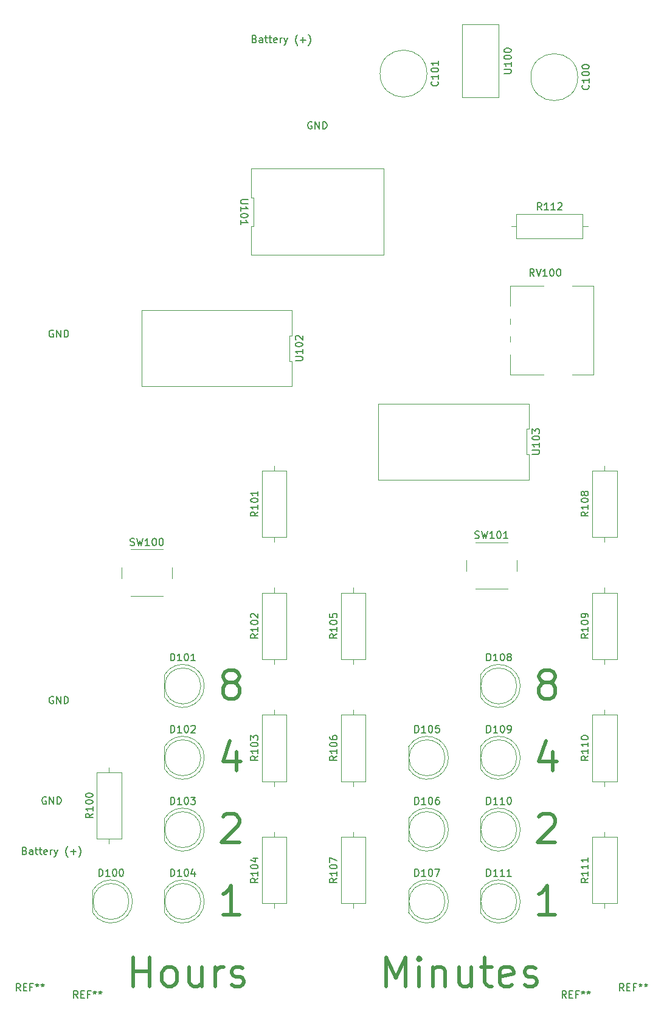
<source format=gbr>
%TF.GenerationSoftware,KiCad,Pcbnew,5.1.8-db9833491~87~ubuntu18.04.1*%
%TF.CreationDate,2020-11-24T07:54:30-06:00*%
%TF.ProjectId,binary-clock-01,62696e61-7279-42d6-936c-6f636b2d3031,rev?*%
%TF.SameCoordinates,Original*%
%TF.FileFunction,Legend,Top*%
%TF.FilePolarity,Positive*%
%FSLAX46Y46*%
G04 Gerber Fmt 4.6, Leading zero omitted, Abs format (unit mm)*
G04 Created by KiCad (PCBNEW 5.1.8-db9833491~87~ubuntu18.04.1) date 2020-11-24 07:54:30*
%MOMM*%
%LPD*%
G01*
G04 APERTURE LIST*
%ADD10C,0.150000*%
%ADD11C,0.500000*%
%ADD12C,0.120000*%
G04 APERTURE END LIST*
D10*
X82261904Y-147928571D02*
X82404761Y-147976190D01*
X82452380Y-148023809D01*
X82500000Y-148119047D01*
X82500000Y-148261904D01*
X82452380Y-148357142D01*
X82404761Y-148404761D01*
X82309523Y-148452380D01*
X81928571Y-148452380D01*
X81928571Y-147452380D01*
X82261904Y-147452380D01*
X82357142Y-147500000D01*
X82404761Y-147547619D01*
X82452380Y-147642857D01*
X82452380Y-147738095D01*
X82404761Y-147833333D01*
X82357142Y-147880952D01*
X82261904Y-147928571D01*
X81928571Y-147928571D01*
X83357142Y-148452380D02*
X83357142Y-147928571D01*
X83309523Y-147833333D01*
X83214285Y-147785714D01*
X83023809Y-147785714D01*
X82928571Y-147833333D01*
X83357142Y-148404761D02*
X83261904Y-148452380D01*
X83023809Y-148452380D01*
X82928571Y-148404761D01*
X82880952Y-148309523D01*
X82880952Y-148214285D01*
X82928571Y-148119047D01*
X83023809Y-148071428D01*
X83261904Y-148071428D01*
X83357142Y-148023809D01*
X83690476Y-147785714D02*
X84071428Y-147785714D01*
X83833333Y-147452380D02*
X83833333Y-148309523D01*
X83880952Y-148404761D01*
X83976190Y-148452380D01*
X84071428Y-148452380D01*
X84261904Y-147785714D02*
X84642857Y-147785714D01*
X84404761Y-147452380D02*
X84404761Y-148309523D01*
X84452380Y-148404761D01*
X84547619Y-148452380D01*
X84642857Y-148452380D01*
X85357142Y-148404761D02*
X85261904Y-148452380D01*
X85071428Y-148452380D01*
X84976190Y-148404761D01*
X84928571Y-148309523D01*
X84928571Y-147928571D01*
X84976190Y-147833333D01*
X85071428Y-147785714D01*
X85261904Y-147785714D01*
X85357142Y-147833333D01*
X85404761Y-147928571D01*
X85404761Y-148023809D01*
X84928571Y-148119047D01*
X85833333Y-148452380D02*
X85833333Y-147785714D01*
X85833333Y-147976190D02*
X85880952Y-147880952D01*
X85928571Y-147833333D01*
X86023809Y-147785714D01*
X86119047Y-147785714D01*
X86357142Y-147785714D02*
X86595238Y-148452380D01*
X86833333Y-147785714D02*
X86595238Y-148452380D01*
X86500000Y-148690476D01*
X86452380Y-148738095D01*
X86357142Y-148785714D01*
X88261904Y-148833333D02*
X88214285Y-148785714D01*
X88119047Y-148642857D01*
X88071428Y-148547619D01*
X88023809Y-148404761D01*
X87976190Y-148166666D01*
X87976190Y-147976190D01*
X88023809Y-147738095D01*
X88071428Y-147595238D01*
X88119047Y-147500000D01*
X88214285Y-147357142D01*
X88261904Y-147309523D01*
X88642857Y-148071428D02*
X89404761Y-148071428D01*
X89023809Y-148452380D02*
X89023809Y-147690476D01*
X89785714Y-148833333D02*
X89833333Y-148785714D01*
X89928571Y-148642857D01*
X89976190Y-148547619D01*
X90023809Y-148404761D01*
X90071428Y-148166666D01*
X90071428Y-147976190D01*
X90023809Y-147738095D01*
X89976190Y-147595238D01*
X89928571Y-147500000D01*
X89833333Y-147357142D01*
X89785714Y-147309523D01*
X85238095Y-140500000D02*
X85142857Y-140452380D01*
X85000000Y-140452380D01*
X84857142Y-140500000D01*
X84761904Y-140595238D01*
X84714285Y-140690476D01*
X84666666Y-140880952D01*
X84666666Y-141023809D01*
X84714285Y-141214285D01*
X84761904Y-141309523D01*
X84857142Y-141404761D01*
X85000000Y-141452380D01*
X85095238Y-141452380D01*
X85238095Y-141404761D01*
X85285714Y-141357142D01*
X85285714Y-141023809D01*
X85095238Y-141023809D01*
X85714285Y-141452380D02*
X85714285Y-140452380D01*
X86285714Y-141452380D01*
X86285714Y-140452380D01*
X86761904Y-141452380D02*
X86761904Y-140452380D01*
X87000000Y-140452380D01*
X87142857Y-140500000D01*
X87238095Y-140595238D01*
X87285714Y-140690476D01*
X87333333Y-140880952D01*
X87333333Y-141023809D01*
X87285714Y-141214285D01*
X87238095Y-141309523D01*
X87142857Y-141404761D01*
X87000000Y-141452380D01*
X86761904Y-141452380D01*
X86238095Y-126500000D02*
X86142857Y-126452380D01*
X86000000Y-126452380D01*
X85857142Y-126500000D01*
X85761904Y-126595238D01*
X85714285Y-126690476D01*
X85666666Y-126880952D01*
X85666666Y-127023809D01*
X85714285Y-127214285D01*
X85761904Y-127309523D01*
X85857142Y-127404761D01*
X86000000Y-127452380D01*
X86095238Y-127452380D01*
X86238095Y-127404761D01*
X86285714Y-127357142D01*
X86285714Y-127023809D01*
X86095238Y-127023809D01*
X86714285Y-127452380D02*
X86714285Y-126452380D01*
X87285714Y-127452380D01*
X87285714Y-126452380D01*
X87761904Y-127452380D02*
X87761904Y-126452380D01*
X88000000Y-126452380D01*
X88142857Y-126500000D01*
X88238095Y-126595238D01*
X88285714Y-126690476D01*
X88333333Y-126880952D01*
X88333333Y-127023809D01*
X88285714Y-127214285D01*
X88238095Y-127309523D01*
X88142857Y-127404761D01*
X88000000Y-127452380D01*
X87761904Y-127452380D01*
X86238095Y-75500000D02*
X86142857Y-75452380D01*
X86000000Y-75452380D01*
X85857142Y-75500000D01*
X85761904Y-75595238D01*
X85714285Y-75690476D01*
X85666666Y-75880952D01*
X85666666Y-76023809D01*
X85714285Y-76214285D01*
X85761904Y-76309523D01*
X85857142Y-76404761D01*
X86000000Y-76452380D01*
X86095238Y-76452380D01*
X86238095Y-76404761D01*
X86285714Y-76357142D01*
X86285714Y-76023809D01*
X86095238Y-76023809D01*
X86714285Y-76452380D02*
X86714285Y-75452380D01*
X87285714Y-76452380D01*
X87285714Y-75452380D01*
X87761904Y-76452380D02*
X87761904Y-75452380D01*
X88000000Y-75452380D01*
X88142857Y-75500000D01*
X88238095Y-75595238D01*
X88285714Y-75690476D01*
X88333333Y-75880952D01*
X88333333Y-76023809D01*
X88285714Y-76214285D01*
X88238095Y-76309523D01*
X88142857Y-76404761D01*
X88000000Y-76452380D01*
X87761904Y-76452380D01*
X122238095Y-46500000D02*
X122142857Y-46452380D01*
X122000000Y-46452380D01*
X121857142Y-46500000D01*
X121761904Y-46595238D01*
X121714285Y-46690476D01*
X121666666Y-46880952D01*
X121666666Y-47023809D01*
X121714285Y-47214285D01*
X121761904Y-47309523D01*
X121857142Y-47404761D01*
X122000000Y-47452380D01*
X122095238Y-47452380D01*
X122238095Y-47404761D01*
X122285714Y-47357142D01*
X122285714Y-47023809D01*
X122095238Y-47023809D01*
X122714285Y-47452380D02*
X122714285Y-46452380D01*
X123285714Y-47452380D01*
X123285714Y-46452380D01*
X123761904Y-47452380D02*
X123761904Y-46452380D01*
X124000000Y-46452380D01*
X124142857Y-46500000D01*
X124238095Y-46595238D01*
X124285714Y-46690476D01*
X124333333Y-46880952D01*
X124333333Y-47023809D01*
X124285714Y-47214285D01*
X124238095Y-47309523D01*
X124142857Y-47404761D01*
X124000000Y-47452380D01*
X123761904Y-47452380D01*
X114261904Y-34928571D02*
X114404761Y-34976190D01*
X114452380Y-35023809D01*
X114500000Y-35119047D01*
X114500000Y-35261904D01*
X114452380Y-35357142D01*
X114404761Y-35404761D01*
X114309523Y-35452380D01*
X113928571Y-35452380D01*
X113928571Y-34452380D01*
X114261904Y-34452380D01*
X114357142Y-34500000D01*
X114404761Y-34547619D01*
X114452380Y-34642857D01*
X114452380Y-34738095D01*
X114404761Y-34833333D01*
X114357142Y-34880952D01*
X114261904Y-34928571D01*
X113928571Y-34928571D01*
X115357142Y-35452380D02*
X115357142Y-34928571D01*
X115309523Y-34833333D01*
X115214285Y-34785714D01*
X115023809Y-34785714D01*
X114928571Y-34833333D01*
X115357142Y-35404761D02*
X115261904Y-35452380D01*
X115023809Y-35452380D01*
X114928571Y-35404761D01*
X114880952Y-35309523D01*
X114880952Y-35214285D01*
X114928571Y-35119047D01*
X115023809Y-35071428D01*
X115261904Y-35071428D01*
X115357142Y-35023809D01*
X115690476Y-34785714D02*
X116071428Y-34785714D01*
X115833333Y-34452380D02*
X115833333Y-35309523D01*
X115880952Y-35404761D01*
X115976190Y-35452380D01*
X116071428Y-35452380D01*
X116261904Y-34785714D02*
X116642857Y-34785714D01*
X116404761Y-34452380D02*
X116404761Y-35309523D01*
X116452380Y-35404761D01*
X116547619Y-35452380D01*
X116642857Y-35452380D01*
X117357142Y-35404761D02*
X117261904Y-35452380D01*
X117071428Y-35452380D01*
X116976190Y-35404761D01*
X116928571Y-35309523D01*
X116928571Y-34928571D01*
X116976190Y-34833333D01*
X117071428Y-34785714D01*
X117261904Y-34785714D01*
X117357142Y-34833333D01*
X117404761Y-34928571D01*
X117404761Y-35023809D01*
X116928571Y-35119047D01*
X117833333Y-35452380D02*
X117833333Y-34785714D01*
X117833333Y-34976190D02*
X117880952Y-34880952D01*
X117928571Y-34833333D01*
X118023809Y-34785714D01*
X118119047Y-34785714D01*
X118357142Y-34785714D02*
X118595238Y-35452380D01*
X118833333Y-34785714D02*
X118595238Y-35452380D01*
X118500000Y-35690476D01*
X118452380Y-35738095D01*
X118357142Y-35785714D01*
X120261904Y-35833333D02*
X120214285Y-35785714D01*
X120119047Y-35642857D01*
X120071428Y-35547619D01*
X120023809Y-35404761D01*
X119976190Y-35166666D01*
X119976190Y-34976190D01*
X120023809Y-34738095D01*
X120071428Y-34595238D01*
X120119047Y-34500000D01*
X120214285Y-34357142D01*
X120261904Y-34309523D01*
X120642857Y-35071428D02*
X121404761Y-35071428D01*
X121023809Y-35452380D02*
X121023809Y-34690476D01*
X121785714Y-35833333D02*
X121833333Y-35785714D01*
X121928571Y-35642857D01*
X121976190Y-35547619D01*
X122023809Y-35404761D01*
X122071428Y-35166666D01*
X122071428Y-34976190D01*
X122023809Y-34738095D01*
X121976190Y-34595238D01*
X121928571Y-34500000D01*
X121833333Y-34357142D01*
X121785714Y-34309523D01*
D11*
X97380952Y-166809523D02*
X97380952Y-162809523D01*
X97380952Y-164714285D02*
X99666666Y-164714285D01*
X99666666Y-166809523D02*
X99666666Y-162809523D01*
X102142857Y-166809523D02*
X101761904Y-166619047D01*
X101571428Y-166428571D01*
X101380952Y-166047619D01*
X101380952Y-164904761D01*
X101571428Y-164523809D01*
X101761904Y-164333333D01*
X102142857Y-164142857D01*
X102714285Y-164142857D01*
X103095238Y-164333333D01*
X103285714Y-164523809D01*
X103476190Y-164904761D01*
X103476190Y-166047619D01*
X103285714Y-166428571D01*
X103095238Y-166619047D01*
X102714285Y-166809523D01*
X102142857Y-166809523D01*
X106904761Y-164142857D02*
X106904761Y-166809523D01*
X105190476Y-164142857D02*
X105190476Y-166238095D01*
X105380952Y-166619047D01*
X105761904Y-166809523D01*
X106333333Y-166809523D01*
X106714285Y-166619047D01*
X106904761Y-166428571D01*
X108809523Y-166809523D02*
X108809523Y-164142857D01*
X108809523Y-164904761D02*
X109000000Y-164523809D01*
X109190476Y-164333333D01*
X109571428Y-164142857D01*
X109952380Y-164142857D01*
X111095238Y-166619047D02*
X111476190Y-166809523D01*
X112238095Y-166809523D01*
X112619047Y-166619047D01*
X112809523Y-166238095D01*
X112809523Y-166047619D01*
X112619047Y-165666666D01*
X112238095Y-165476190D01*
X111666666Y-165476190D01*
X111285714Y-165285714D01*
X111095238Y-164904761D01*
X111095238Y-164714285D01*
X111285714Y-164333333D01*
X111666666Y-164142857D01*
X112238095Y-164142857D01*
X112619047Y-164333333D01*
X109857142Y-143190476D02*
X110047619Y-143000000D01*
X110428571Y-142809523D01*
X111380952Y-142809523D01*
X111761904Y-143000000D01*
X111952380Y-143190476D01*
X112142857Y-143571428D01*
X112142857Y-143952380D01*
X111952380Y-144523809D01*
X109666666Y-146809523D01*
X112142857Y-146809523D01*
X110619047Y-124523809D02*
X110238095Y-124333333D01*
X110047619Y-124142857D01*
X109857142Y-123761904D01*
X109857142Y-123571428D01*
X110047619Y-123190476D01*
X110238095Y-123000000D01*
X110619047Y-122809523D01*
X111380952Y-122809523D01*
X111761904Y-123000000D01*
X111952380Y-123190476D01*
X112142857Y-123571428D01*
X112142857Y-123761904D01*
X111952380Y-124142857D01*
X111761904Y-124333333D01*
X111380952Y-124523809D01*
X110619047Y-124523809D01*
X110238095Y-124714285D01*
X110047619Y-124904761D01*
X109857142Y-125285714D01*
X109857142Y-126047619D01*
X110047619Y-126428571D01*
X110238095Y-126619047D01*
X110619047Y-126809523D01*
X111380952Y-126809523D01*
X111761904Y-126619047D01*
X111952380Y-126428571D01*
X112142857Y-126047619D01*
X112142857Y-125285714D01*
X111952380Y-124904761D01*
X111761904Y-124714285D01*
X111380952Y-124523809D01*
X111761904Y-134142857D02*
X111761904Y-136809523D01*
X110809523Y-132619047D02*
X109857142Y-135476190D01*
X112333333Y-135476190D01*
X112142857Y-156809523D02*
X109857142Y-156809523D01*
X111000000Y-156809523D02*
X111000000Y-152809523D01*
X110619047Y-153380952D01*
X110238095Y-153761904D01*
X109857142Y-153952380D01*
X154619047Y-124523809D02*
X154238095Y-124333333D01*
X154047619Y-124142857D01*
X153857142Y-123761904D01*
X153857142Y-123571428D01*
X154047619Y-123190476D01*
X154238095Y-123000000D01*
X154619047Y-122809523D01*
X155380952Y-122809523D01*
X155761904Y-123000000D01*
X155952380Y-123190476D01*
X156142857Y-123571428D01*
X156142857Y-123761904D01*
X155952380Y-124142857D01*
X155761904Y-124333333D01*
X155380952Y-124523809D01*
X154619047Y-124523809D01*
X154238095Y-124714285D01*
X154047619Y-124904761D01*
X153857142Y-125285714D01*
X153857142Y-126047619D01*
X154047619Y-126428571D01*
X154238095Y-126619047D01*
X154619047Y-126809523D01*
X155380952Y-126809523D01*
X155761904Y-126619047D01*
X155952380Y-126428571D01*
X156142857Y-126047619D01*
X156142857Y-125285714D01*
X155952380Y-124904761D01*
X155761904Y-124714285D01*
X155380952Y-124523809D01*
X155761904Y-134142857D02*
X155761904Y-136809523D01*
X154809523Y-132619047D02*
X153857142Y-135476190D01*
X156333333Y-135476190D01*
X153857142Y-143190476D02*
X154047619Y-143000000D01*
X154428571Y-142809523D01*
X155380952Y-142809523D01*
X155761904Y-143000000D01*
X155952380Y-143190476D01*
X156142857Y-143571428D01*
X156142857Y-143952380D01*
X155952380Y-144523809D01*
X153666666Y-146809523D01*
X156142857Y-146809523D01*
X156142857Y-156809523D02*
X153857142Y-156809523D01*
X155000000Y-156809523D02*
X155000000Y-152809523D01*
X154619047Y-153380952D01*
X154238095Y-153761904D01*
X153857142Y-153952380D01*
X132619047Y-166809523D02*
X132619047Y-162809523D01*
X133952380Y-165666666D01*
X135285714Y-162809523D01*
X135285714Y-166809523D01*
X137190476Y-166809523D02*
X137190476Y-164142857D01*
X137190476Y-162809523D02*
X137000000Y-163000000D01*
X137190476Y-163190476D01*
X137380952Y-163000000D01*
X137190476Y-162809523D01*
X137190476Y-163190476D01*
X139095238Y-164142857D02*
X139095238Y-166809523D01*
X139095238Y-164523809D02*
X139285714Y-164333333D01*
X139666666Y-164142857D01*
X140238095Y-164142857D01*
X140619047Y-164333333D01*
X140809523Y-164714285D01*
X140809523Y-166809523D01*
X144428571Y-164142857D02*
X144428571Y-166809523D01*
X142714285Y-164142857D02*
X142714285Y-166238095D01*
X142904761Y-166619047D01*
X143285714Y-166809523D01*
X143857142Y-166809523D01*
X144238095Y-166619047D01*
X144428571Y-166428571D01*
X145761904Y-164142857D02*
X147285714Y-164142857D01*
X146333333Y-162809523D02*
X146333333Y-166238095D01*
X146523809Y-166619047D01*
X146904761Y-166809523D01*
X147285714Y-166809523D01*
X150142857Y-166619047D02*
X149761904Y-166809523D01*
X149000000Y-166809523D01*
X148619047Y-166619047D01*
X148428571Y-166238095D01*
X148428571Y-164714285D01*
X148619047Y-164333333D01*
X149000000Y-164142857D01*
X149761904Y-164142857D01*
X150142857Y-164333333D01*
X150333333Y-164714285D01*
X150333333Y-165095238D01*
X148428571Y-165476190D01*
X151857142Y-166619047D02*
X152238095Y-166809523D01*
X153000000Y-166809523D01*
X153380952Y-166619047D01*
X153571428Y-166238095D01*
X153571428Y-166047619D01*
X153380952Y-165666666D01*
X153000000Y-165476190D01*
X152428571Y-165476190D01*
X152047619Y-165285714D01*
X151857142Y-164904761D01*
X151857142Y-164714285D01*
X152047619Y-164333333D01*
X152428571Y-164142857D01*
X153000000Y-164142857D01*
X153380952Y-164333333D01*
D12*
%TO.C,U102*%
X119490000Y-76233334D02*
X119490000Y-72700001D01*
X119130000Y-76233334D02*
X119490000Y-76233334D01*
X119130000Y-79766666D02*
X119130000Y-76233334D01*
X119490000Y-79766666D02*
X119130000Y-79766666D01*
X119490000Y-83300000D02*
X119490000Y-79766666D01*
X98510000Y-83299999D02*
X119490000Y-83300000D01*
X98510000Y-72700000D02*
X98510000Y-83299999D01*
X119490000Y-72700001D02*
X98510000Y-72700000D01*
%TO.C,C100*%
X159270000Y-40250000D02*
G75*
G03*
X159270000Y-40250000I-3270000J0D01*
G01*
%TO.C,C101*%
X138270000Y-39750000D02*
G75*
G03*
X138270000Y-39750000I-3270000J0D01*
G01*
%TO.C,D100*%
X96770000Y-155000000D02*
G75*
G03*
X96770000Y-155000000I-2500000J0D01*
G01*
X91710000Y-153455000D02*
X91710000Y-156545000D01*
X97260000Y-155000462D02*
G75*
G03*
X91710000Y-153455170I-2990000J462D01*
G01*
X97260000Y-154999538D02*
G75*
G02*
X91710000Y-156544830I-2990000J-462D01*
G01*
%TO.C,D101*%
X101710000Y-123455000D02*
X101710000Y-126545000D01*
X106770000Y-125000000D02*
G75*
G03*
X106770000Y-125000000I-2500000J0D01*
G01*
X107260000Y-124999538D02*
G75*
G02*
X101710000Y-126544830I-2990000J-462D01*
G01*
X107260000Y-125000462D02*
G75*
G03*
X101710000Y-123455170I-2990000J462D01*
G01*
%TO.C,D102*%
X101710000Y-133455000D02*
X101710000Y-136545000D01*
X106770000Y-135000000D02*
G75*
G03*
X106770000Y-135000000I-2500000J0D01*
G01*
X107260000Y-134999538D02*
G75*
G02*
X101710000Y-136544830I-2990000J-462D01*
G01*
X107260000Y-135000462D02*
G75*
G03*
X101710000Y-133455170I-2990000J462D01*
G01*
%TO.C,D103*%
X106770000Y-145000000D02*
G75*
G03*
X106770000Y-145000000I-2500000J0D01*
G01*
X101710000Y-143455000D02*
X101710000Y-146545000D01*
X107260000Y-145000462D02*
G75*
G03*
X101710000Y-143455170I-2990000J462D01*
G01*
X107260000Y-144999538D02*
G75*
G02*
X101710000Y-146544830I-2990000J-462D01*
G01*
%TO.C,D104*%
X101710000Y-153455000D02*
X101710000Y-156545000D01*
X106770000Y-155000000D02*
G75*
G03*
X106770000Y-155000000I-2500000J0D01*
G01*
X107260000Y-154999538D02*
G75*
G02*
X101710000Y-156544830I-2990000J-462D01*
G01*
X107260000Y-155000462D02*
G75*
G03*
X101710000Y-153455170I-2990000J462D01*
G01*
%TO.C,D105*%
X140770000Y-135000000D02*
G75*
G03*
X140770000Y-135000000I-2500000J0D01*
G01*
X135710000Y-133455000D02*
X135710000Y-136545000D01*
X141260000Y-135000462D02*
G75*
G03*
X135710000Y-133455170I-2990000J462D01*
G01*
X141260000Y-134999538D02*
G75*
G02*
X135710000Y-136544830I-2990000J-462D01*
G01*
%TO.C,D106*%
X135710000Y-143455000D02*
X135710000Y-146545000D01*
X140770000Y-145000000D02*
G75*
G03*
X140770000Y-145000000I-2500000J0D01*
G01*
X141260000Y-144999538D02*
G75*
G02*
X135710000Y-146544830I-2990000J-462D01*
G01*
X141260000Y-145000462D02*
G75*
G03*
X135710000Y-143455170I-2990000J462D01*
G01*
%TO.C,D107*%
X140770000Y-155000000D02*
G75*
G03*
X140770000Y-155000000I-2500000J0D01*
G01*
X135710000Y-153455000D02*
X135710000Y-156545000D01*
X141260000Y-155000462D02*
G75*
G03*
X135710000Y-153455170I-2990000J462D01*
G01*
X141260000Y-154999538D02*
G75*
G02*
X135710000Y-156544830I-2990000J-462D01*
G01*
%TO.C,D108*%
X145710000Y-123455000D02*
X145710000Y-126545000D01*
X150770000Y-125000000D02*
G75*
G03*
X150770000Y-125000000I-2500000J0D01*
G01*
X151260000Y-124999538D02*
G75*
G02*
X145710000Y-126544830I-2990000J-462D01*
G01*
X151260000Y-125000462D02*
G75*
G03*
X145710000Y-123455170I-2990000J462D01*
G01*
%TO.C,D109*%
X150770000Y-135000000D02*
G75*
G03*
X150770000Y-135000000I-2500000J0D01*
G01*
X145710000Y-133455000D02*
X145710000Y-136545000D01*
X151260000Y-135000462D02*
G75*
G03*
X145710000Y-133455170I-2990000J462D01*
G01*
X151260000Y-134999538D02*
G75*
G02*
X145710000Y-136544830I-2990000J-462D01*
G01*
%TO.C,D110*%
X145710000Y-143455000D02*
X145710000Y-146545000D01*
X150770000Y-145000000D02*
G75*
G03*
X150770000Y-145000000I-2500000J0D01*
G01*
X151260000Y-144999538D02*
G75*
G02*
X145710000Y-146544830I-2990000J-462D01*
G01*
X151260000Y-145000462D02*
G75*
G03*
X145710000Y-143455170I-2990000J462D01*
G01*
%TO.C,D111*%
X150770000Y-155000000D02*
G75*
G03*
X150770000Y-155000000I-2500000J0D01*
G01*
X145710000Y-153455000D02*
X145710000Y-156545000D01*
X151260000Y-155000462D02*
G75*
G03*
X145710000Y-153455170I-2990000J462D01*
G01*
X151260000Y-154999538D02*
G75*
G02*
X145710000Y-156544830I-2990000J-462D01*
G01*
%TO.C,R100*%
X92280000Y-146270000D02*
X95720000Y-146270000D01*
X95720000Y-146270000D02*
X95720000Y-137030000D01*
X95720000Y-137030000D02*
X92280000Y-137030000D01*
X92280000Y-137030000D02*
X92280000Y-146270000D01*
X94000000Y-146960000D02*
X94000000Y-146270000D01*
X94000000Y-136340000D02*
X94000000Y-137030000D01*
%TO.C,R101*%
X117000000Y-94340000D02*
X117000000Y-95030000D01*
X117000000Y-104960000D02*
X117000000Y-104270000D01*
X115280000Y-95030000D02*
X115280000Y-104270000D01*
X118720000Y-95030000D02*
X115280000Y-95030000D01*
X118720000Y-104270000D02*
X118720000Y-95030000D01*
X115280000Y-104270000D02*
X118720000Y-104270000D01*
%TO.C,R102*%
X115280000Y-121270000D02*
X118720000Y-121270000D01*
X118720000Y-121270000D02*
X118720000Y-112030000D01*
X118720000Y-112030000D02*
X115280000Y-112030000D01*
X115280000Y-112030000D02*
X115280000Y-121270000D01*
X117000000Y-121960000D02*
X117000000Y-121270000D01*
X117000000Y-111340000D02*
X117000000Y-112030000D01*
%TO.C,R103*%
X117000000Y-128340000D02*
X117000000Y-129030000D01*
X117000000Y-138960000D02*
X117000000Y-138270000D01*
X115280000Y-129030000D02*
X115280000Y-138270000D01*
X118720000Y-129030000D02*
X115280000Y-129030000D01*
X118720000Y-138270000D02*
X118720000Y-129030000D01*
X115280000Y-138270000D02*
X118720000Y-138270000D01*
%TO.C,R104*%
X115280000Y-155270000D02*
X118720000Y-155270000D01*
X118720000Y-155270000D02*
X118720000Y-146030000D01*
X118720000Y-146030000D02*
X115280000Y-146030000D01*
X115280000Y-146030000D02*
X115280000Y-155270000D01*
X117000000Y-155960000D02*
X117000000Y-155270000D01*
X117000000Y-145340000D02*
X117000000Y-146030000D01*
%TO.C,R105*%
X128000000Y-111340000D02*
X128000000Y-112030000D01*
X128000000Y-121960000D02*
X128000000Y-121270000D01*
X126280000Y-112030000D02*
X126280000Y-121270000D01*
X129720000Y-112030000D02*
X126280000Y-112030000D01*
X129720000Y-121270000D02*
X129720000Y-112030000D01*
X126280000Y-121270000D02*
X129720000Y-121270000D01*
%TO.C,R106*%
X126280000Y-138270000D02*
X129720000Y-138270000D01*
X129720000Y-138270000D02*
X129720000Y-129030000D01*
X129720000Y-129030000D02*
X126280000Y-129030000D01*
X126280000Y-129030000D02*
X126280000Y-138270000D01*
X128000000Y-138960000D02*
X128000000Y-138270000D01*
X128000000Y-128340000D02*
X128000000Y-129030000D01*
%TO.C,R107*%
X126280000Y-155270000D02*
X129720000Y-155270000D01*
X129720000Y-155270000D02*
X129720000Y-146030000D01*
X129720000Y-146030000D02*
X126280000Y-146030000D01*
X126280000Y-146030000D02*
X126280000Y-155270000D01*
X128000000Y-155960000D02*
X128000000Y-155270000D01*
X128000000Y-145340000D02*
X128000000Y-146030000D01*
%TO.C,R108*%
X161280000Y-104270000D02*
X164720000Y-104270000D01*
X164720000Y-104270000D02*
X164720000Y-95030000D01*
X164720000Y-95030000D02*
X161280000Y-95030000D01*
X161280000Y-95030000D02*
X161280000Y-104270000D01*
X163000000Y-104960000D02*
X163000000Y-104270000D01*
X163000000Y-94340000D02*
X163000000Y-95030000D01*
%TO.C,R109*%
X161280000Y-121270000D02*
X164720000Y-121270000D01*
X164720000Y-121270000D02*
X164720000Y-112030000D01*
X164720000Y-112030000D02*
X161280000Y-112030000D01*
X161280000Y-112030000D02*
X161280000Y-121270000D01*
X163000000Y-121960000D02*
X163000000Y-121270000D01*
X163000000Y-111340000D02*
X163000000Y-112030000D01*
%TO.C,R110*%
X161280000Y-138270000D02*
X164720000Y-138270000D01*
X164720000Y-138270000D02*
X164720000Y-129030000D01*
X164720000Y-129030000D02*
X161280000Y-129030000D01*
X161280000Y-129030000D02*
X161280000Y-138270000D01*
X163000000Y-138960000D02*
X163000000Y-138270000D01*
X163000000Y-128340000D02*
X163000000Y-129030000D01*
%TO.C,R111*%
X163000000Y-145340000D02*
X163000000Y-146030000D01*
X163000000Y-155960000D02*
X163000000Y-155270000D01*
X161280000Y-146030000D02*
X161280000Y-155270000D01*
X164720000Y-146030000D02*
X161280000Y-146030000D01*
X164720000Y-155270000D02*
X164720000Y-146030000D01*
X161280000Y-155270000D02*
X164720000Y-155270000D01*
%TO.C,R112*%
X150730000Y-59280000D02*
X150730000Y-62720000D01*
X150730000Y-62720000D02*
X159970000Y-62720000D01*
X159970000Y-62720000D02*
X159970000Y-59280000D01*
X159970000Y-59280000D02*
X150730000Y-59280000D01*
X150040000Y-61000000D02*
X150730000Y-61000000D01*
X160660000Y-61000000D02*
X159970000Y-61000000D01*
%TO.C,RV100*%
X149880000Y-69330000D02*
X154546000Y-69330000D01*
X158455000Y-69330000D02*
X161470000Y-69330000D01*
X149880000Y-81670000D02*
X154546000Y-81670000D01*
X158455000Y-81670000D02*
X161470000Y-81670000D01*
X149880000Y-69330000D02*
X149880000Y-72129000D01*
X149880000Y-73871000D02*
X149880000Y-74630000D01*
X149880000Y-76371000D02*
X149880000Y-77130000D01*
X149880000Y-78870000D02*
X149880000Y-81670000D01*
X161470000Y-69330000D02*
X161470000Y-81670000D01*
%TO.C,SW100*%
X97000000Y-112500000D02*
X101500000Y-112500000D01*
X95750000Y-108500000D02*
X95750000Y-110000000D01*
X101500000Y-106000000D02*
X97000000Y-106000000D01*
X102750000Y-110000000D02*
X102750000Y-108500000D01*
%TO.C,SW101*%
X150750000Y-109000000D02*
X150750000Y-107500000D01*
X149500000Y-105000000D02*
X145000000Y-105000000D01*
X143750000Y-107500000D02*
X143750000Y-109000000D01*
X145000000Y-111500000D02*
X149500000Y-111500000D01*
%TO.C,U100*%
X148270000Y-32920000D02*
X148270000Y-43080000D01*
X148270000Y-43080000D02*
X143190000Y-43080000D01*
X143190000Y-43080000D02*
X143190000Y-32920000D01*
X143190000Y-32920000D02*
X148270000Y-32920000D01*
%TO.C,U101*%
X113780000Y-64999999D02*
X132220000Y-65000000D01*
X132220000Y-65000000D02*
X132220000Y-53000001D01*
X132220000Y-53000001D02*
X113780000Y-53000000D01*
X113780000Y-53000000D02*
X113780000Y-57000000D01*
X113780000Y-57000000D02*
X114140000Y-57000000D01*
X114140000Y-57000000D02*
X114140000Y-60999999D01*
X114140000Y-60999999D02*
X113780000Y-60999999D01*
X113780000Y-60999999D02*
X113780000Y-64999999D01*
%TO.C,U103*%
X152490000Y-85700001D02*
X131510000Y-85700000D01*
X131510000Y-85700000D02*
X131510000Y-96299999D01*
X131510000Y-96299999D02*
X152490000Y-96300000D01*
X152490000Y-96300000D02*
X152490000Y-92766666D01*
X152490000Y-92766666D02*
X152130000Y-92766666D01*
X152130000Y-92766666D02*
X152130000Y-89233334D01*
X152130000Y-89233334D02*
X152490000Y-89233334D01*
X152490000Y-89233334D02*
X152490000Y-85700001D01*
%TO.C,REF\u002A\u002A*%
D10*
X165666666Y-167452380D02*
X165333333Y-166976190D01*
X165095238Y-167452380D02*
X165095238Y-166452380D01*
X165476190Y-166452380D01*
X165571428Y-166500000D01*
X165619047Y-166547619D01*
X165666666Y-166642857D01*
X165666666Y-166785714D01*
X165619047Y-166880952D01*
X165571428Y-166928571D01*
X165476190Y-166976190D01*
X165095238Y-166976190D01*
X166095238Y-166928571D02*
X166428571Y-166928571D01*
X166571428Y-167452380D02*
X166095238Y-167452380D01*
X166095238Y-166452380D01*
X166571428Y-166452380D01*
X167333333Y-166928571D02*
X167000000Y-166928571D01*
X167000000Y-167452380D02*
X167000000Y-166452380D01*
X167476190Y-166452380D01*
X168000000Y-166452380D02*
X168000000Y-166690476D01*
X167761904Y-166595238D02*
X168000000Y-166690476D01*
X168238095Y-166595238D01*
X167857142Y-166880952D02*
X168000000Y-166690476D01*
X168142857Y-166880952D01*
X168761904Y-166452380D02*
X168761904Y-166690476D01*
X168523809Y-166595238D02*
X168761904Y-166690476D01*
X169000000Y-166595238D01*
X168619047Y-166880952D02*
X168761904Y-166690476D01*
X168904761Y-166880952D01*
X81666666Y-167452380D02*
X81333333Y-166976190D01*
X81095238Y-167452380D02*
X81095238Y-166452380D01*
X81476190Y-166452380D01*
X81571428Y-166500000D01*
X81619047Y-166547619D01*
X81666666Y-166642857D01*
X81666666Y-166785714D01*
X81619047Y-166880952D01*
X81571428Y-166928571D01*
X81476190Y-166976190D01*
X81095238Y-166976190D01*
X82095238Y-166928571D02*
X82428571Y-166928571D01*
X82571428Y-167452380D02*
X82095238Y-167452380D01*
X82095238Y-166452380D01*
X82571428Y-166452380D01*
X83333333Y-166928571D02*
X83000000Y-166928571D01*
X83000000Y-167452380D02*
X83000000Y-166452380D01*
X83476190Y-166452380D01*
X84000000Y-166452380D02*
X84000000Y-166690476D01*
X83761904Y-166595238D02*
X84000000Y-166690476D01*
X84238095Y-166595238D01*
X83857142Y-166880952D02*
X84000000Y-166690476D01*
X84142857Y-166880952D01*
X84761904Y-166452380D02*
X84761904Y-166690476D01*
X84523809Y-166595238D02*
X84761904Y-166690476D01*
X85000000Y-166595238D01*
X84619047Y-166880952D02*
X84761904Y-166690476D01*
X84904761Y-166880952D01*
X157666666Y-168452380D02*
X157333333Y-167976190D01*
X157095238Y-168452380D02*
X157095238Y-167452380D01*
X157476190Y-167452380D01*
X157571428Y-167500000D01*
X157619047Y-167547619D01*
X157666666Y-167642857D01*
X157666666Y-167785714D01*
X157619047Y-167880952D01*
X157571428Y-167928571D01*
X157476190Y-167976190D01*
X157095238Y-167976190D01*
X158095238Y-167928571D02*
X158428571Y-167928571D01*
X158571428Y-168452380D02*
X158095238Y-168452380D01*
X158095238Y-167452380D01*
X158571428Y-167452380D01*
X159333333Y-167928571D02*
X159000000Y-167928571D01*
X159000000Y-168452380D02*
X159000000Y-167452380D01*
X159476190Y-167452380D01*
X160000000Y-167452380D02*
X160000000Y-167690476D01*
X159761904Y-167595238D02*
X160000000Y-167690476D01*
X160238095Y-167595238D01*
X159857142Y-167880952D02*
X160000000Y-167690476D01*
X160142857Y-167880952D01*
X160761904Y-167452380D02*
X160761904Y-167690476D01*
X160523809Y-167595238D02*
X160761904Y-167690476D01*
X161000000Y-167595238D01*
X160619047Y-167880952D02*
X160761904Y-167690476D01*
X160904761Y-167880952D01*
X89666666Y-168452380D02*
X89333333Y-167976190D01*
X89095238Y-168452380D02*
X89095238Y-167452380D01*
X89476190Y-167452380D01*
X89571428Y-167500000D01*
X89619047Y-167547619D01*
X89666666Y-167642857D01*
X89666666Y-167785714D01*
X89619047Y-167880952D01*
X89571428Y-167928571D01*
X89476190Y-167976190D01*
X89095238Y-167976190D01*
X90095238Y-167928571D02*
X90428571Y-167928571D01*
X90571428Y-168452380D02*
X90095238Y-168452380D01*
X90095238Y-167452380D01*
X90571428Y-167452380D01*
X91333333Y-167928571D02*
X91000000Y-167928571D01*
X91000000Y-168452380D02*
X91000000Y-167452380D01*
X91476190Y-167452380D01*
X92000000Y-167452380D02*
X92000000Y-167690476D01*
X91761904Y-167595238D02*
X92000000Y-167690476D01*
X92238095Y-167595238D01*
X91857142Y-167880952D02*
X92000000Y-167690476D01*
X92142857Y-167880952D01*
X92761904Y-167452380D02*
X92761904Y-167690476D01*
X92523809Y-167595238D02*
X92761904Y-167690476D01*
X93000000Y-167595238D01*
X92619047Y-167880952D02*
X92761904Y-167690476D01*
X92904761Y-167880952D01*
%TO.C,U102*%
X119942380Y-79714285D02*
X120751904Y-79714285D01*
X120847142Y-79666666D01*
X120894761Y-79619047D01*
X120942380Y-79523809D01*
X120942380Y-79333333D01*
X120894761Y-79238095D01*
X120847142Y-79190476D01*
X120751904Y-79142857D01*
X119942380Y-79142857D01*
X120942380Y-78142857D02*
X120942380Y-78714285D01*
X120942380Y-78428571D02*
X119942380Y-78428571D01*
X120085238Y-78523809D01*
X120180476Y-78619047D01*
X120228095Y-78714285D01*
X119942380Y-77523809D02*
X119942380Y-77428571D01*
X119990000Y-77333333D01*
X120037619Y-77285714D01*
X120132857Y-77238095D01*
X120323333Y-77190476D01*
X120561428Y-77190476D01*
X120751904Y-77238095D01*
X120847142Y-77285714D01*
X120894761Y-77333333D01*
X120942380Y-77428571D01*
X120942380Y-77523809D01*
X120894761Y-77619047D01*
X120847142Y-77666666D01*
X120751904Y-77714285D01*
X120561428Y-77761904D01*
X120323333Y-77761904D01*
X120132857Y-77714285D01*
X120037619Y-77666666D01*
X119990000Y-77619047D01*
X119942380Y-77523809D01*
X120037619Y-76809523D02*
X119990000Y-76761904D01*
X119942380Y-76666666D01*
X119942380Y-76428571D01*
X119990000Y-76333333D01*
X120037619Y-76285714D01*
X120132857Y-76238095D01*
X120228095Y-76238095D01*
X120370952Y-76285714D01*
X120942380Y-76857142D01*
X120942380Y-76238095D01*
%TO.C,C100*%
X160757142Y-41369047D02*
X160804761Y-41416666D01*
X160852380Y-41559523D01*
X160852380Y-41654761D01*
X160804761Y-41797619D01*
X160709523Y-41892857D01*
X160614285Y-41940476D01*
X160423809Y-41988095D01*
X160280952Y-41988095D01*
X160090476Y-41940476D01*
X159995238Y-41892857D01*
X159900000Y-41797619D01*
X159852380Y-41654761D01*
X159852380Y-41559523D01*
X159900000Y-41416666D01*
X159947619Y-41369047D01*
X160852380Y-40416666D02*
X160852380Y-40988095D01*
X160852380Y-40702380D02*
X159852380Y-40702380D01*
X159995238Y-40797619D01*
X160090476Y-40892857D01*
X160138095Y-40988095D01*
X159852380Y-39797619D02*
X159852380Y-39702380D01*
X159900000Y-39607142D01*
X159947619Y-39559523D01*
X160042857Y-39511904D01*
X160233333Y-39464285D01*
X160471428Y-39464285D01*
X160661904Y-39511904D01*
X160757142Y-39559523D01*
X160804761Y-39607142D01*
X160852380Y-39702380D01*
X160852380Y-39797619D01*
X160804761Y-39892857D01*
X160757142Y-39940476D01*
X160661904Y-39988095D01*
X160471428Y-40035714D01*
X160233333Y-40035714D01*
X160042857Y-39988095D01*
X159947619Y-39940476D01*
X159900000Y-39892857D01*
X159852380Y-39797619D01*
X159852380Y-38845238D02*
X159852380Y-38750000D01*
X159900000Y-38654761D01*
X159947619Y-38607142D01*
X160042857Y-38559523D01*
X160233333Y-38511904D01*
X160471428Y-38511904D01*
X160661904Y-38559523D01*
X160757142Y-38607142D01*
X160804761Y-38654761D01*
X160852380Y-38750000D01*
X160852380Y-38845238D01*
X160804761Y-38940476D01*
X160757142Y-38988095D01*
X160661904Y-39035714D01*
X160471428Y-39083333D01*
X160233333Y-39083333D01*
X160042857Y-39035714D01*
X159947619Y-38988095D01*
X159900000Y-38940476D01*
X159852380Y-38845238D01*
%TO.C,C101*%
X139757142Y-40869047D02*
X139804761Y-40916666D01*
X139852380Y-41059523D01*
X139852380Y-41154761D01*
X139804761Y-41297619D01*
X139709523Y-41392857D01*
X139614285Y-41440476D01*
X139423809Y-41488095D01*
X139280952Y-41488095D01*
X139090476Y-41440476D01*
X138995238Y-41392857D01*
X138900000Y-41297619D01*
X138852380Y-41154761D01*
X138852380Y-41059523D01*
X138900000Y-40916666D01*
X138947619Y-40869047D01*
X139852380Y-39916666D02*
X139852380Y-40488095D01*
X139852380Y-40202380D02*
X138852380Y-40202380D01*
X138995238Y-40297619D01*
X139090476Y-40392857D01*
X139138095Y-40488095D01*
X138852380Y-39297619D02*
X138852380Y-39202380D01*
X138900000Y-39107142D01*
X138947619Y-39059523D01*
X139042857Y-39011904D01*
X139233333Y-38964285D01*
X139471428Y-38964285D01*
X139661904Y-39011904D01*
X139757142Y-39059523D01*
X139804761Y-39107142D01*
X139852380Y-39202380D01*
X139852380Y-39297619D01*
X139804761Y-39392857D01*
X139757142Y-39440476D01*
X139661904Y-39488095D01*
X139471428Y-39535714D01*
X139233333Y-39535714D01*
X139042857Y-39488095D01*
X138947619Y-39440476D01*
X138900000Y-39392857D01*
X138852380Y-39297619D01*
X139852380Y-38011904D02*
X139852380Y-38583333D01*
X139852380Y-38297619D02*
X138852380Y-38297619D01*
X138995238Y-38392857D01*
X139090476Y-38488095D01*
X139138095Y-38583333D01*
%TO.C,D100*%
X92579523Y-151492380D02*
X92579523Y-150492380D01*
X92817619Y-150492380D01*
X92960476Y-150540000D01*
X93055714Y-150635238D01*
X93103333Y-150730476D01*
X93150952Y-150920952D01*
X93150952Y-151063809D01*
X93103333Y-151254285D01*
X93055714Y-151349523D01*
X92960476Y-151444761D01*
X92817619Y-151492380D01*
X92579523Y-151492380D01*
X94103333Y-151492380D02*
X93531904Y-151492380D01*
X93817619Y-151492380D02*
X93817619Y-150492380D01*
X93722380Y-150635238D01*
X93627142Y-150730476D01*
X93531904Y-150778095D01*
X94722380Y-150492380D02*
X94817619Y-150492380D01*
X94912857Y-150540000D01*
X94960476Y-150587619D01*
X95008095Y-150682857D01*
X95055714Y-150873333D01*
X95055714Y-151111428D01*
X95008095Y-151301904D01*
X94960476Y-151397142D01*
X94912857Y-151444761D01*
X94817619Y-151492380D01*
X94722380Y-151492380D01*
X94627142Y-151444761D01*
X94579523Y-151397142D01*
X94531904Y-151301904D01*
X94484285Y-151111428D01*
X94484285Y-150873333D01*
X94531904Y-150682857D01*
X94579523Y-150587619D01*
X94627142Y-150540000D01*
X94722380Y-150492380D01*
X95674761Y-150492380D02*
X95770000Y-150492380D01*
X95865238Y-150540000D01*
X95912857Y-150587619D01*
X95960476Y-150682857D01*
X96008095Y-150873333D01*
X96008095Y-151111428D01*
X95960476Y-151301904D01*
X95912857Y-151397142D01*
X95865238Y-151444761D01*
X95770000Y-151492380D01*
X95674761Y-151492380D01*
X95579523Y-151444761D01*
X95531904Y-151397142D01*
X95484285Y-151301904D01*
X95436666Y-151111428D01*
X95436666Y-150873333D01*
X95484285Y-150682857D01*
X95531904Y-150587619D01*
X95579523Y-150540000D01*
X95674761Y-150492380D01*
%TO.C,D101*%
X102579523Y-121492380D02*
X102579523Y-120492380D01*
X102817619Y-120492380D01*
X102960476Y-120540000D01*
X103055714Y-120635238D01*
X103103333Y-120730476D01*
X103150952Y-120920952D01*
X103150952Y-121063809D01*
X103103333Y-121254285D01*
X103055714Y-121349523D01*
X102960476Y-121444761D01*
X102817619Y-121492380D01*
X102579523Y-121492380D01*
X104103333Y-121492380D02*
X103531904Y-121492380D01*
X103817619Y-121492380D02*
X103817619Y-120492380D01*
X103722380Y-120635238D01*
X103627142Y-120730476D01*
X103531904Y-120778095D01*
X104722380Y-120492380D02*
X104817619Y-120492380D01*
X104912857Y-120540000D01*
X104960476Y-120587619D01*
X105008095Y-120682857D01*
X105055714Y-120873333D01*
X105055714Y-121111428D01*
X105008095Y-121301904D01*
X104960476Y-121397142D01*
X104912857Y-121444761D01*
X104817619Y-121492380D01*
X104722380Y-121492380D01*
X104627142Y-121444761D01*
X104579523Y-121397142D01*
X104531904Y-121301904D01*
X104484285Y-121111428D01*
X104484285Y-120873333D01*
X104531904Y-120682857D01*
X104579523Y-120587619D01*
X104627142Y-120540000D01*
X104722380Y-120492380D01*
X106008095Y-121492380D02*
X105436666Y-121492380D01*
X105722380Y-121492380D02*
X105722380Y-120492380D01*
X105627142Y-120635238D01*
X105531904Y-120730476D01*
X105436666Y-120778095D01*
%TO.C,D102*%
X102579523Y-131492380D02*
X102579523Y-130492380D01*
X102817619Y-130492380D01*
X102960476Y-130540000D01*
X103055714Y-130635238D01*
X103103333Y-130730476D01*
X103150952Y-130920952D01*
X103150952Y-131063809D01*
X103103333Y-131254285D01*
X103055714Y-131349523D01*
X102960476Y-131444761D01*
X102817619Y-131492380D01*
X102579523Y-131492380D01*
X104103333Y-131492380D02*
X103531904Y-131492380D01*
X103817619Y-131492380D02*
X103817619Y-130492380D01*
X103722380Y-130635238D01*
X103627142Y-130730476D01*
X103531904Y-130778095D01*
X104722380Y-130492380D02*
X104817619Y-130492380D01*
X104912857Y-130540000D01*
X104960476Y-130587619D01*
X105008095Y-130682857D01*
X105055714Y-130873333D01*
X105055714Y-131111428D01*
X105008095Y-131301904D01*
X104960476Y-131397142D01*
X104912857Y-131444761D01*
X104817619Y-131492380D01*
X104722380Y-131492380D01*
X104627142Y-131444761D01*
X104579523Y-131397142D01*
X104531904Y-131301904D01*
X104484285Y-131111428D01*
X104484285Y-130873333D01*
X104531904Y-130682857D01*
X104579523Y-130587619D01*
X104627142Y-130540000D01*
X104722380Y-130492380D01*
X105436666Y-130587619D02*
X105484285Y-130540000D01*
X105579523Y-130492380D01*
X105817619Y-130492380D01*
X105912857Y-130540000D01*
X105960476Y-130587619D01*
X106008095Y-130682857D01*
X106008095Y-130778095D01*
X105960476Y-130920952D01*
X105389047Y-131492380D01*
X106008095Y-131492380D01*
%TO.C,D103*%
X102579523Y-141492380D02*
X102579523Y-140492380D01*
X102817619Y-140492380D01*
X102960476Y-140540000D01*
X103055714Y-140635238D01*
X103103333Y-140730476D01*
X103150952Y-140920952D01*
X103150952Y-141063809D01*
X103103333Y-141254285D01*
X103055714Y-141349523D01*
X102960476Y-141444761D01*
X102817619Y-141492380D01*
X102579523Y-141492380D01*
X104103333Y-141492380D02*
X103531904Y-141492380D01*
X103817619Y-141492380D02*
X103817619Y-140492380D01*
X103722380Y-140635238D01*
X103627142Y-140730476D01*
X103531904Y-140778095D01*
X104722380Y-140492380D02*
X104817619Y-140492380D01*
X104912857Y-140540000D01*
X104960476Y-140587619D01*
X105008095Y-140682857D01*
X105055714Y-140873333D01*
X105055714Y-141111428D01*
X105008095Y-141301904D01*
X104960476Y-141397142D01*
X104912857Y-141444761D01*
X104817619Y-141492380D01*
X104722380Y-141492380D01*
X104627142Y-141444761D01*
X104579523Y-141397142D01*
X104531904Y-141301904D01*
X104484285Y-141111428D01*
X104484285Y-140873333D01*
X104531904Y-140682857D01*
X104579523Y-140587619D01*
X104627142Y-140540000D01*
X104722380Y-140492380D01*
X105389047Y-140492380D02*
X106008095Y-140492380D01*
X105674761Y-140873333D01*
X105817619Y-140873333D01*
X105912857Y-140920952D01*
X105960476Y-140968571D01*
X106008095Y-141063809D01*
X106008095Y-141301904D01*
X105960476Y-141397142D01*
X105912857Y-141444761D01*
X105817619Y-141492380D01*
X105531904Y-141492380D01*
X105436666Y-141444761D01*
X105389047Y-141397142D01*
%TO.C,D104*%
X102579523Y-151492380D02*
X102579523Y-150492380D01*
X102817619Y-150492380D01*
X102960476Y-150540000D01*
X103055714Y-150635238D01*
X103103333Y-150730476D01*
X103150952Y-150920952D01*
X103150952Y-151063809D01*
X103103333Y-151254285D01*
X103055714Y-151349523D01*
X102960476Y-151444761D01*
X102817619Y-151492380D01*
X102579523Y-151492380D01*
X104103333Y-151492380D02*
X103531904Y-151492380D01*
X103817619Y-151492380D02*
X103817619Y-150492380D01*
X103722380Y-150635238D01*
X103627142Y-150730476D01*
X103531904Y-150778095D01*
X104722380Y-150492380D02*
X104817619Y-150492380D01*
X104912857Y-150540000D01*
X104960476Y-150587619D01*
X105008095Y-150682857D01*
X105055714Y-150873333D01*
X105055714Y-151111428D01*
X105008095Y-151301904D01*
X104960476Y-151397142D01*
X104912857Y-151444761D01*
X104817619Y-151492380D01*
X104722380Y-151492380D01*
X104627142Y-151444761D01*
X104579523Y-151397142D01*
X104531904Y-151301904D01*
X104484285Y-151111428D01*
X104484285Y-150873333D01*
X104531904Y-150682857D01*
X104579523Y-150587619D01*
X104627142Y-150540000D01*
X104722380Y-150492380D01*
X105912857Y-150825714D02*
X105912857Y-151492380D01*
X105674761Y-150444761D02*
X105436666Y-151159047D01*
X106055714Y-151159047D01*
%TO.C,D105*%
X136579523Y-131492380D02*
X136579523Y-130492380D01*
X136817619Y-130492380D01*
X136960476Y-130540000D01*
X137055714Y-130635238D01*
X137103333Y-130730476D01*
X137150952Y-130920952D01*
X137150952Y-131063809D01*
X137103333Y-131254285D01*
X137055714Y-131349523D01*
X136960476Y-131444761D01*
X136817619Y-131492380D01*
X136579523Y-131492380D01*
X138103333Y-131492380D02*
X137531904Y-131492380D01*
X137817619Y-131492380D02*
X137817619Y-130492380D01*
X137722380Y-130635238D01*
X137627142Y-130730476D01*
X137531904Y-130778095D01*
X138722380Y-130492380D02*
X138817619Y-130492380D01*
X138912857Y-130540000D01*
X138960476Y-130587619D01*
X139008095Y-130682857D01*
X139055714Y-130873333D01*
X139055714Y-131111428D01*
X139008095Y-131301904D01*
X138960476Y-131397142D01*
X138912857Y-131444761D01*
X138817619Y-131492380D01*
X138722380Y-131492380D01*
X138627142Y-131444761D01*
X138579523Y-131397142D01*
X138531904Y-131301904D01*
X138484285Y-131111428D01*
X138484285Y-130873333D01*
X138531904Y-130682857D01*
X138579523Y-130587619D01*
X138627142Y-130540000D01*
X138722380Y-130492380D01*
X139960476Y-130492380D02*
X139484285Y-130492380D01*
X139436666Y-130968571D01*
X139484285Y-130920952D01*
X139579523Y-130873333D01*
X139817619Y-130873333D01*
X139912857Y-130920952D01*
X139960476Y-130968571D01*
X140008095Y-131063809D01*
X140008095Y-131301904D01*
X139960476Y-131397142D01*
X139912857Y-131444761D01*
X139817619Y-131492380D01*
X139579523Y-131492380D01*
X139484285Y-131444761D01*
X139436666Y-131397142D01*
%TO.C,D106*%
X136579523Y-141492380D02*
X136579523Y-140492380D01*
X136817619Y-140492380D01*
X136960476Y-140540000D01*
X137055714Y-140635238D01*
X137103333Y-140730476D01*
X137150952Y-140920952D01*
X137150952Y-141063809D01*
X137103333Y-141254285D01*
X137055714Y-141349523D01*
X136960476Y-141444761D01*
X136817619Y-141492380D01*
X136579523Y-141492380D01*
X138103333Y-141492380D02*
X137531904Y-141492380D01*
X137817619Y-141492380D02*
X137817619Y-140492380D01*
X137722380Y-140635238D01*
X137627142Y-140730476D01*
X137531904Y-140778095D01*
X138722380Y-140492380D02*
X138817619Y-140492380D01*
X138912857Y-140540000D01*
X138960476Y-140587619D01*
X139008095Y-140682857D01*
X139055714Y-140873333D01*
X139055714Y-141111428D01*
X139008095Y-141301904D01*
X138960476Y-141397142D01*
X138912857Y-141444761D01*
X138817619Y-141492380D01*
X138722380Y-141492380D01*
X138627142Y-141444761D01*
X138579523Y-141397142D01*
X138531904Y-141301904D01*
X138484285Y-141111428D01*
X138484285Y-140873333D01*
X138531904Y-140682857D01*
X138579523Y-140587619D01*
X138627142Y-140540000D01*
X138722380Y-140492380D01*
X139912857Y-140492380D02*
X139722380Y-140492380D01*
X139627142Y-140540000D01*
X139579523Y-140587619D01*
X139484285Y-140730476D01*
X139436666Y-140920952D01*
X139436666Y-141301904D01*
X139484285Y-141397142D01*
X139531904Y-141444761D01*
X139627142Y-141492380D01*
X139817619Y-141492380D01*
X139912857Y-141444761D01*
X139960476Y-141397142D01*
X140008095Y-141301904D01*
X140008095Y-141063809D01*
X139960476Y-140968571D01*
X139912857Y-140920952D01*
X139817619Y-140873333D01*
X139627142Y-140873333D01*
X139531904Y-140920952D01*
X139484285Y-140968571D01*
X139436666Y-141063809D01*
%TO.C,D107*%
X136579523Y-151492380D02*
X136579523Y-150492380D01*
X136817619Y-150492380D01*
X136960476Y-150540000D01*
X137055714Y-150635238D01*
X137103333Y-150730476D01*
X137150952Y-150920952D01*
X137150952Y-151063809D01*
X137103333Y-151254285D01*
X137055714Y-151349523D01*
X136960476Y-151444761D01*
X136817619Y-151492380D01*
X136579523Y-151492380D01*
X138103333Y-151492380D02*
X137531904Y-151492380D01*
X137817619Y-151492380D02*
X137817619Y-150492380D01*
X137722380Y-150635238D01*
X137627142Y-150730476D01*
X137531904Y-150778095D01*
X138722380Y-150492380D02*
X138817619Y-150492380D01*
X138912857Y-150540000D01*
X138960476Y-150587619D01*
X139008095Y-150682857D01*
X139055714Y-150873333D01*
X139055714Y-151111428D01*
X139008095Y-151301904D01*
X138960476Y-151397142D01*
X138912857Y-151444761D01*
X138817619Y-151492380D01*
X138722380Y-151492380D01*
X138627142Y-151444761D01*
X138579523Y-151397142D01*
X138531904Y-151301904D01*
X138484285Y-151111428D01*
X138484285Y-150873333D01*
X138531904Y-150682857D01*
X138579523Y-150587619D01*
X138627142Y-150540000D01*
X138722380Y-150492380D01*
X139389047Y-150492380D02*
X140055714Y-150492380D01*
X139627142Y-151492380D01*
%TO.C,D108*%
X146579523Y-121492380D02*
X146579523Y-120492380D01*
X146817619Y-120492380D01*
X146960476Y-120540000D01*
X147055714Y-120635238D01*
X147103333Y-120730476D01*
X147150952Y-120920952D01*
X147150952Y-121063809D01*
X147103333Y-121254285D01*
X147055714Y-121349523D01*
X146960476Y-121444761D01*
X146817619Y-121492380D01*
X146579523Y-121492380D01*
X148103333Y-121492380D02*
X147531904Y-121492380D01*
X147817619Y-121492380D02*
X147817619Y-120492380D01*
X147722380Y-120635238D01*
X147627142Y-120730476D01*
X147531904Y-120778095D01*
X148722380Y-120492380D02*
X148817619Y-120492380D01*
X148912857Y-120540000D01*
X148960476Y-120587619D01*
X149008095Y-120682857D01*
X149055714Y-120873333D01*
X149055714Y-121111428D01*
X149008095Y-121301904D01*
X148960476Y-121397142D01*
X148912857Y-121444761D01*
X148817619Y-121492380D01*
X148722380Y-121492380D01*
X148627142Y-121444761D01*
X148579523Y-121397142D01*
X148531904Y-121301904D01*
X148484285Y-121111428D01*
X148484285Y-120873333D01*
X148531904Y-120682857D01*
X148579523Y-120587619D01*
X148627142Y-120540000D01*
X148722380Y-120492380D01*
X149627142Y-120920952D02*
X149531904Y-120873333D01*
X149484285Y-120825714D01*
X149436666Y-120730476D01*
X149436666Y-120682857D01*
X149484285Y-120587619D01*
X149531904Y-120540000D01*
X149627142Y-120492380D01*
X149817619Y-120492380D01*
X149912857Y-120540000D01*
X149960476Y-120587619D01*
X150008095Y-120682857D01*
X150008095Y-120730476D01*
X149960476Y-120825714D01*
X149912857Y-120873333D01*
X149817619Y-120920952D01*
X149627142Y-120920952D01*
X149531904Y-120968571D01*
X149484285Y-121016190D01*
X149436666Y-121111428D01*
X149436666Y-121301904D01*
X149484285Y-121397142D01*
X149531904Y-121444761D01*
X149627142Y-121492380D01*
X149817619Y-121492380D01*
X149912857Y-121444761D01*
X149960476Y-121397142D01*
X150008095Y-121301904D01*
X150008095Y-121111428D01*
X149960476Y-121016190D01*
X149912857Y-120968571D01*
X149817619Y-120920952D01*
%TO.C,D109*%
X146579523Y-131492380D02*
X146579523Y-130492380D01*
X146817619Y-130492380D01*
X146960476Y-130540000D01*
X147055714Y-130635238D01*
X147103333Y-130730476D01*
X147150952Y-130920952D01*
X147150952Y-131063809D01*
X147103333Y-131254285D01*
X147055714Y-131349523D01*
X146960476Y-131444761D01*
X146817619Y-131492380D01*
X146579523Y-131492380D01*
X148103333Y-131492380D02*
X147531904Y-131492380D01*
X147817619Y-131492380D02*
X147817619Y-130492380D01*
X147722380Y-130635238D01*
X147627142Y-130730476D01*
X147531904Y-130778095D01*
X148722380Y-130492380D02*
X148817619Y-130492380D01*
X148912857Y-130540000D01*
X148960476Y-130587619D01*
X149008095Y-130682857D01*
X149055714Y-130873333D01*
X149055714Y-131111428D01*
X149008095Y-131301904D01*
X148960476Y-131397142D01*
X148912857Y-131444761D01*
X148817619Y-131492380D01*
X148722380Y-131492380D01*
X148627142Y-131444761D01*
X148579523Y-131397142D01*
X148531904Y-131301904D01*
X148484285Y-131111428D01*
X148484285Y-130873333D01*
X148531904Y-130682857D01*
X148579523Y-130587619D01*
X148627142Y-130540000D01*
X148722380Y-130492380D01*
X149531904Y-131492380D02*
X149722380Y-131492380D01*
X149817619Y-131444761D01*
X149865238Y-131397142D01*
X149960476Y-131254285D01*
X150008095Y-131063809D01*
X150008095Y-130682857D01*
X149960476Y-130587619D01*
X149912857Y-130540000D01*
X149817619Y-130492380D01*
X149627142Y-130492380D01*
X149531904Y-130540000D01*
X149484285Y-130587619D01*
X149436666Y-130682857D01*
X149436666Y-130920952D01*
X149484285Y-131016190D01*
X149531904Y-131063809D01*
X149627142Y-131111428D01*
X149817619Y-131111428D01*
X149912857Y-131063809D01*
X149960476Y-131016190D01*
X150008095Y-130920952D01*
%TO.C,D110*%
X146579523Y-141492380D02*
X146579523Y-140492380D01*
X146817619Y-140492380D01*
X146960476Y-140540000D01*
X147055714Y-140635238D01*
X147103333Y-140730476D01*
X147150952Y-140920952D01*
X147150952Y-141063809D01*
X147103333Y-141254285D01*
X147055714Y-141349523D01*
X146960476Y-141444761D01*
X146817619Y-141492380D01*
X146579523Y-141492380D01*
X148103333Y-141492380D02*
X147531904Y-141492380D01*
X147817619Y-141492380D02*
X147817619Y-140492380D01*
X147722380Y-140635238D01*
X147627142Y-140730476D01*
X147531904Y-140778095D01*
X149055714Y-141492380D02*
X148484285Y-141492380D01*
X148770000Y-141492380D02*
X148770000Y-140492380D01*
X148674761Y-140635238D01*
X148579523Y-140730476D01*
X148484285Y-140778095D01*
X149674761Y-140492380D02*
X149770000Y-140492380D01*
X149865238Y-140540000D01*
X149912857Y-140587619D01*
X149960476Y-140682857D01*
X150008095Y-140873333D01*
X150008095Y-141111428D01*
X149960476Y-141301904D01*
X149912857Y-141397142D01*
X149865238Y-141444761D01*
X149770000Y-141492380D01*
X149674761Y-141492380D01*
X149579523Y-141444761D01*
X149531904Y-141397142D01*
X149484285Y-141301904D01*
X149436666Y-141111428D01*
X149436666Y-140873333D01*
X149484285Y-140682857D01*
X149531904Y-140587619D01*
X149579523Y-140540000D01*
X149674761Y-140492380D01*
%TO.C,D111*%
X146579523Y-151492380D02*
X146579523Y-150492380D01*
X146817619Y-150492380D01*
X146960476Y-150540000D01*
X147055714Y-150635238D01*
X147103333Y-150730476D01*
X147150952Y-150920952D01*
X147150952Y-151063809D01*
X147103333Y-151254285D01*
X147055714Y-151349523D01*
X146960476Y-151444761D01*
X146817619Y-151492380D01*
X146579523Y-151492380D01*
X148103333Y-151492380D02*
X147531904Y-151492380D01*
X147817619Y-151492380D02*
X147817619Y-150492380D01*
X147722380Y-150635238D01*
X147627142Y-150730476D01*
X147531904Y-150778095D01*
X149055714Y-151492380D02*
X148484285Y-151492380D01*
X148770000Y-151492380D02*
X148770000Y-150492380D01*
X148674761Y-150635238D01*
X148579523Y-150730476D01*
X148484285Y-150778095D01*
X150008095Y-151492380D02*
X149436666Y-151492380D01*
X149722380Y-151492380D02*
X149722380Y-150492380D01*
X149627142Y-150635238D01*
X149531904Y-150730476D01*
X149436666Y-150778095D01*
%TO.C,R100*%
X91732380Y-142769047D02*
X91256190Y-143102380D01*
X91732380Y-143340476D02*
X90732380Y-143340476D01*
X90732380Y-142959523D01*
X90780000Y-142864285D01*
X90827619Y-142816666D01*
X90922857Y-142769047D01*
X91065714Y-142769047D01*
X91160952Y-142816666D01*
X91208571Y-142864285D01*
X91256190Y-142959523D01*
X91256190Y-143340476D01*
X91732380Y-141816666D02*
X91732380Y-142388095D01*
X91732380Y-142102380D02*
X90732380Y-142102380D01*
X90875238Y-142197619D01*
X90970476Y-142292857D01*
X91018095Y-142388095D01*
X90732380Y-141197619D02*
X90732380Y-141102380D01*
X90780000Y-141007142D01*
X90827619Y-140959523D01*
X90922857Y-140911904D01*
X91113333Y-140864285D01*
X91351428Y-140864285D01*
X91541904Y-140911904D01*
X91637142Y-140959523D01*
X91684761Y-141007142D01*
X91732380Y-141102380D01*
X91732380Y-141197619D01*
X91684761Y-141292857D01*
X91637142Y-141340476D01*
X91541904Y-141388095D01*
X91351428Y-141435714D01*
X91113333Y-141435714D01*
X90922857Y-141388095D01*
X90827619Y-141340476D01*
X90780000Y-141292857D01*
X90732380Y-141197619D01*
X90732380Y-140245238D02*
X90732380Y-140150000D01*
X90780000Y-140054761D01*
X90827619Y-140007142D01*
X90922857Y-139959523D01*
X91113333Y-139911904D01*
X91351428Y-139911904D01*
X91541904Y-139959523D01*
X91637142Y-140007142D01*
X91684761Y-140054761D01*
X91732380Y-140150000D01*
X91732380Y-140245238D01*
X91684761Y-140340476D01*
X91637142Y-140388095D01*
X91541904Y-140435714D01*
X91351428Y-140483333D01*
X91113333Y-140483333D01*
X90922857Y-140435714D01*
X90827619Y-140388095D01*
X90780000Y-140340476D01*
X90732380Y-140245238D01*
%TO.C,R101*%
X114732380Y-100769047D02*
X114256190Y-101102380D01*
X114732380Y-101340476D02*
X113732380Y-101340476D01*
X113732380Y-100959523D01*
X113780000Y-100864285D01*
X113827619Y-100816666D01*
X113922857Y-100769047D01*
X114065714Y-100769047D01*
X114160952Y-100816666D01*
X114208571Y-100864285D01*
X114256190Y-100959523D01*
X114256190Y-101340476D01*
X114732380Y-99816666D02*
X114732380Y-100388095D01*
X114732380Y-100102380D02*
X113732380Y-100102380D01*
X113875238Y-100197619D01*
X113970476Y-100292857D01*
X114018095Y-100388095D01*
X113732380Y-99197619D02*
X113732380Y-99102380D01*
X113780000Y-99007142D01*
X113827619Y-98959523D01*
X113922857Y-98911904D01*
X114113333Y-98864285D01*
X114351428Y-98864285D01*
X114541904Y-98911904D01*
X114637142Y-98959523D01*
X114684761Y-99007142D01*
X114732380Y-99102380D01*
X114732380Y-99197619D01*
X114684761Y-99292857D01*
X114637142Y-99340476D01*
X114541904Y-99388095D01*
X114351428Y-99435714D01*
X114113333Y-99435714D01*
X113922857Y-99388095D01*
X113827619Y-99340476D01*
X113780000Y-99292857D01*
X113732380Y-99197619D01*
X114732380Y-97911904D02*
X114732380Y-98483333D01*
X114732380Y-98197619D02*
X113732380Y-98197619D01*
X113875238Y-98292857D01*
X113970476Y-98388095D01*
X114018095Y-98483333D01*
%TO.C,R102*%
X114732380Y-117769047D02*
X114256190Y-118102380D01*
X114732380Y-118340476D02*
X113732380Y-118340476D01*
X113732380Y-117959523D01*
X113780000Y-117864285D01*
X113827619Y-117816666D01*
X113922857Y-117769047D01*
X114065714Y-117769047D01*
X114160952Y-117816666D01*
X114208571Y-117864285D01*
X114256190Y-117959523D01*
X114256190Y-118340476D01*
X114732380Y-116816666D02*
X114732380Y-117388095D01*
X114732380Y-117102380D02*
X113732380Y-117102380D01*
X113875238Y-117197619D01*
X113970476Y-117292857D01*
X114018095Y-117388095D01*
X113732380Y-116197619D02*
X113732380Y-116102380D01*
X113780000Y-116007142D01*
X113827619Y-115959523D01*
X113922857Y-115911904D01*
X114113333Y-115864285D01*
X114351428Y-115864285D01*
X114541904Y-115911904D01*
X114637142Y-115959523D01*
X114684761Y-116007142D01*
X114732380Y-116102380D01*
X114732380Y-116197619D01*
X114684761Y-116292857D01*
X114637142Y-116340476D01*
X114541904Y-116388095D01*
X114351428Y-116435714D01*
X114113333Y-116435714D01*
X113922857Y-116388095D01*
X113827619Y-116340476D01*
X113780000Y-116292857D01*
X113732380Y-116197619D01*
X113827619Y-115483333D02*
X113780000Y-115435714D01*
X113732380Y-115340476D01*
X113732380Y-115102380D01*
X113780000Y-115007142D01*
X113827619Y-114959523D01*
X113922857Y-114911904D01*
X114018095Y-114911904D01*
X114160952Y-114959523D01*
X114732380Y-115530952D01*
X114732380Y-114911904D01*
%TO.C,R103*%
X114732380Y-134769047D02*
X114256190Y-135102380D01*
X114732380Y-135340476D02*
X113732380Y-135340476D01*
X113732380Y-134959523D01*
X113780000Y-134864285D01*
X113827619Y-134816666D01*
X113922857Y-134769047D01*
X114065714Y-134769047D01*
X114160952Y-134816666D01*
X114208571Y-134864285D01*
X114256190Y-134959523D01*
X114256190Y-135340476D01*
X114732380Y-133816666D02*
X114732380Y-134388095D01*
X114732380Y-134102380D02*
X113732380Y-134102380D01*
X113875238Y-134197619D01*
X113970476Y-134292857D01*
X114018095Y-134388095D01*
X113732380Y-133197619D02*
X113732380Y-133102380D01*
X113780000Y-133007142D01*
X113827619Y-132959523D01*
X113922857Y-132911904D01*
X114113333Y-132864285D01*
X114351428Y-132864285D01*
X114541904Y-132911904D01*
X114637142Y-132959523D01*
X114684761Y-133007142D01*
X114732380Y-133102380D01*
X114732380Y-133197619D01*
X114684761Y-133292857D01*
X114637142Y-133340476D01*
X114541904Y-133388095D01*
X114351428Y-133435714D01*
X114113333Y-133435714D01*
X113922857Y-133388095D01*
X113827619Y-133340476D01*
X113780000Y-133292857D01*
X113732380Y-133197619D01*
X113732380Y-132530952D02*
X113732380Y-131911904D01*
X114113333Y-132245238D01*
X114113333Y-132102380D01*
X114160952Y-132007142D01*
X114208571Y-131959523D01*
X114303809Y-131911904D01*
X114541904Y-131911904D01*
X114637142Y-131959523D01*
X114684761Y-132007142D01*
X114732380Y-132102380D01*
X114732380Y-132388095D01*
X114684761Y-132483333D01*
X114637142Y-132530952D01*
%TO.C,R104*%
X114732380Y-151769047D02*
X114256190Y-152102380D01*
X114732380Y-152340476D02*
X113732380Y-152340476D01*
X113732380Y-151959523D01*
X113780000Y-151864285D01*
X113827619Y-151816666D01*
X113922857Y-151769047D01*
X114065714Y-151769047D01*
X114160952Y-151816666D01*
X114208571Y-151864285D01*
X114256190Y-151959523D01*
X114256190Y-152340476D01*
X114732380Y-150816666D02*
X114732380Y-151388095D01*
X114732380Y-151102380D02*
X113732380Y-151102380D01*
X113875238Y-151197619D01*
X113970476Y-151292857D01*
X114018095Y-151388095D01*
X113732380Y-150197619D02*
X113732380Y-150102380D01*
X113780000Y-150007142D01*
X113827619Y-149959523D01*
X113922857Y-149911904D01*
X114113333Y-149864285D01*
X114351428Y-149864285D01*
X114541904Y-149911904D01*
X114637142Y-149959523D01*
X114684761Y-150007142D01*
X114732380Y-150102380D01*
X114732380Y-150197619D01*
X114684761Y-150292857D01*
X114637142Y-150340476D01*
X114541904Y-150388095D01*
X114351428Y-150435714D01*
X114113333Y-150435714D01*
X113922857Y-150388095D01*
X113827619Y-150340476D01*
X113780000Y-150292857D01*
X113732380Y-150197619D01*
X114065714Y-149007142D02*
X114732380Y-149007142D01*
X113684761Y-149245238D02*
X114399047Y-149483333D01*
X114399047Y-148864285D01*
%TO.C,R105*%
X125732380Y-117769047D02*
X125256190Y-118102380D01*
X125732380Y-118340476D02*
X124732380Y-118340476D01*
X124732380Y-117959523D01*
X124780000Y-117864285D01*
X124827619Y-117816666D01*
X124922857Y-117769047D01*
X125065714Y-117769047D01*
X125160952Y-117816666D01*
X125208571Y-117864285D01*
X125256190Y-117959523D01*
X125256190Y-118340476D01*
X125732380Y-116816666D02*
X125732380Y-117388095D01*
X125732380Y-117102380D02*
X124732380Y-117102380D01*
X124875238Y-117197619D01*
X124970476Y-117292857D01*
X125018095Y-117388095D01*
X124732380Y-116197619D02*
X124732380Y-116102380D01*
X124780000Y-116007142D01*
X124827619Y-115959523D01*
X124922857Y-115911904D01*
X125113333Y-115864285D01*
X125351428Y-115864285D01*
X125541904Y-115911904D01*
X125637142Y-115959523D01*
X125684761Y-116007142D01*
X125732380Y-116102380D01*
X125732380Y-116197619D01*
X125684761Y-116292857D01*
X125637142Y-116340476D01*
X125541904Y-116388095D01*
X125351428Y-116435714D01*
X125113333Y-116435714D01*
X124922857Y-116388095D01*
X124827619Y-116340476D01*
X124780000Y-116292857D01*
X124732380Y-116197619D01*
X124732380Y-114959523D02*
X124732380Y-115435714D01*
X125208571Y-115483333D01*
X125160952Y-115435714D01*
X125113333Y-115340476D01*
X125113333Y-115102380D01*
X125160952Y-115007142D01*
X125208571Y-114959523D01*
X125303809Y-114911904D01*
X125541904Y-114911904D01*
X125637142Y-114959523D01*
X125684761Y-115007142D01*
X125732380Y-115102380D01*
X125732380Y-115340476D01*
X125684761Y-115435714D01*
X125637142Y-115483333D01*
%TO.C,R106*%
X125732380Y-134769047D02*
X125256190Y-135102380D01*
X125732380Y-135340476D02*
X124732380Y-135340476D01*
X124732380Y-134959523D01*
X124780000Y-134864285D01*
X124827619Y-134816666D01*
X124922857Y-134769047D01*
X125065714Y-134769047D01*
X125160952Y-134816666D01*
X125208571Y-134864285D01*
X125256190Y-134959523D01*
X125256190Y-135340476D01*
X125732380Y-133816666D02*
X125732380Y-134388095D01*
X125732380Y-134102380D02*
X124732380Y-134102380D01*
X124875238Y-134197619D01*
X124970476Y-134292857D01*
X125018095Y-134388095D01*
X124732380Y-133197619D02*
X124732380Y-133102380D01*
X124780000Y-133007142D01*
X124827619Y-132959523D01*
X124922857Y-132911904D01*
X125113333Y-132864285D01*
X125351428Y-132864285D01*
X125541904Y-132911904D01*
X125637142Y-132959523D01*
X125684761Y-133007142D01*
X125732380Y-133102380D01*
X125732380Y-133197619D01*
X125684761Y-133292857D01*
X125637142Y-133340476D01*
X125541904Y-133388095D01*
X125351428Y-133435714D01*
X125113333Y-133435714D01*
X124922857Y-133388095D01*
X124827619Y-133340476D01*
X124780000Y-133292857D01*
X124732380Y-133197619D01*
X124732380Y-132007142D02*
X124732380Y-132197619D01*
X124780000Y-132292857D01*
X124827619Y-132340476D01*
X124970476Y-132435714D01*
X125160952Y-132483333D01*
X125541904Y-132483333D01*
X125637142Y-132435714D01*
X125684761Y-132388095D01*
X125732380Y-132292857D01*
X125732380Y-132102380D01*
X125684761Y-132007142D01*
X125637142Y-131959523D01*
X125541904Y-131911904D01*
X125303809Y-131911904D01*
X125208571Y-131959523D01*
X125160952Y-132007142D01*
X125113333Y-132102380D01*
X125113333Y-132292857D01*
X125160952Y-132388095D01*
X125208571Y-132435714D01*
X125303809Y-132483333D01*
%TO.C,R107*%
X125732380Y-151769047D02*
X125256190Y-152102380D01*
X125732380Y-152340476D02*
X124732380Y-152340476D01*
X124732380Y-151959523D01*
X124780000Y-151864285D01*
X124827619Y-151816666D01*
X124922857Y-151769047D01*
X125065714Y-151769047D01*
X125160952Y-151816666D01*
X125208571Y-151864285D01*
X125256190Y-151959523D01*
X125256190Y-152340476D01*
X125732380Y-150816666D02*
X125732380Y-151388095D01*
X125732380Y-151102380D02*
X124732380Y-151102380D01*
X124875238Y-151197619D01*
X124970476Y-151292857D01*
X125018095Y-151388095D01*
X124732380Y-150197619D02*
X124732380Y-150102380D01*
X124780000Y-150007142D01*
X124827619Y-149959523D01*
X124922857Y-149911904D01*
X125113333Y-149864285D01*
X125351428Y-149864285D01*
X125541904Y-149911904D01*
X125637142Y-149959523D01*
X125684761Y-150007142D01*
X125732380Y-150102380D01*
X125732380Y-150197619D01*
X125684761Y-150292857D01*
X125637142Y-150340476D01*
X125541904Y-150388095D01*
X125351428Y-150435714D01*
X125113333Y-150435714D01*
X124922857Y-150388095D01*
X124827619Y-150340476D01*
X124780000Y-150292857D01*
X124732380Y-150197619D01*
X124732380Y-149530952D02*
X124732380Y-148864285D01*
X125732380Y-149292857D01*
%TO.C,R108*%
X160732380Y-100769047D02*
X160256190Y-101102380D01*
X160732380Y-101340476D02*
X159732380Y-101340476D01*
X159732380Y-100959523D01*
X159780000Y-100864285D01*
X159827619Y-100816666D01*
X159922857Y-100769047D01*
X160065714Y-100769047D01*
X160160952Y-100816666D01*
X160208571Y-100864285D01*
X160256190Y-100959523D01*
X160256190Y-101340476D01*
X160732380Y-99816666D02*
X160732380Y-100388095D01*
X160732380Y-100102380D02*
X159732380Y-100102380D01*
X159875238Y-100197619D01*
X159970476Y-100292857D01*
X160018095Y-100388095D01*
X159732380Y-99197619D02*
X159732380Y-99102380D01*
X159780000Y-99007142D01*
X159827619Y-98959523D01*
X159922857Y-98911904D01*
X160113333Y-98864285D01*
X160351428Y-98864285D01*
X160541904Y-98911904D01*
X160637142Y-98959523D01*
X160684761Y-99007142D01*
X160732380Y-99102380D01*
X160732380Y-99197619D01*
X160684761Y-99292857D01*
X160637142Y-99340476D01*
X160541904Y-99388095D01*
X160351428Y-99435714D01*
X160113333Y-99435714D01*
X159922857Y-99388095D01*
X159827619Y-99340476D01*
X159780000Y-99292857D01*
X159732380Y-99197619D01*
X160160952Y-98292857D02*
X160113333Y-98388095D01*
X160065714Y-98435714D01*
X159970476Y-98483333D01*
X159922857Y-98483333D01*
X159827619Y-98435714D01*
X159780000Y-98388095D01*
X159732380Y-98292857D01*
X159732380Y-98102380D01*
X159780000Y-98007142D01*
X159827619Y-97959523D01*
X159922857Y-97911904D01*
X159970476Y-97911904D01*
X160065714Y-97959523D01*
X160113333Y-98007142D01*
X160160952Y-98102380D01*
X160160952Y-98292857D01*
X160208571Y-98388095D01*
X160256190Y-98435714D01*
X160351428Y-98483333D01*
X160541904Y-98483333D01*
X160637142Y-98435714D01*
X160684761Y-98388095D01*
X160732380Y-98292857D01*
X160732380Y-98102380D01*
X160684761Y-98007142D01*
X160637142Y-97959523D01*
X160541904Y-97911904D01*
X160351428Y-97911904D01*
X160256190Y-97959523D01*
X160208571Y-98007142D01*
X160160952Y-98102380D01*
%TO.C,R109*%
X160732380Y-117769047D02*
X160256190Y-118102380D01*
X160732380Y-118340476D02*
X159732380Y-118340476D01*
X159732380Y-117959523D01*
X159780000Y-117864285D01*
X159827619Y-117816666D01*
X159922857Y-117769047D01*
X160065714Y-117769047D01*
X160160952Y-117816666D01*
X160208571Y-117864285D01*
X160256190Y-117959523D01*
X160256190Y-118340476D01*
X160732380Y-116816666D02*
X160732380Y-117388095D01*
X160732380Y-117102380D02*
X159732380Y-117102380D01*
X159875238Y-117197619D01*
X159970476Y-117292857D01*
X160018095Y-117388095D01*
X159732380Y-116197619D02*
X159732380Y-116102380D01*
X159780000Y-116007142D01*
X159827619Y-115959523D01*
X159922857Y-115911904D01*
X160113333Y-115864285D01*
X160351428Y-115864285D01*
X160541904Y-115911904D01*
X160637142Y-115959523D01*
X160684761Y-116007142D01*
X160732380Y-116102380D01*
X160732380Y-116197619D01*
X160684761Y-116292857D01*
X160637142Y-116340476D01*
X160541904Y-116388095D01*
X160351428Y-116435714D01*
X160113333Y-116435714D01*
X159922857Y-116388095D01*
X159827619Y-116340476D01*
X159780000Y-116292857D01*
X159732380Y-116197619D01*
X160732380Y-115388095D02*
X160732380Y-115197619D01*
X160684761Y-115102380D01*
X160637142Y-115054761D01*
X160494285Y-114959523D01*
X160303809Y-114911904D01*
X159922857Y-114911904D01*
X159827619Y-114959523D01*
X159780000Y-115007142D01*
X159732380Y-115102380D01*
X159732380Y-115292857D01*
X159780000Y-115388095D01*
X159827619Y-115435714D01*
X159922857Y-115483333D01*
X160160952Y-115483333D01*
X160256190Y-115435714D01*
X160303809Y-115388095D01*
X160351428Y-115292857D01*
X160351428Y-115102380D01*
X160303809Y-115007142D01*
X160256190Y-114959523D01*
X160160952Y-114911904D01*
%TO.C,R110*%
X160732380Y-134769047D02*
X160256190Y-135102380D01*
X160732380Y-135340476D02*
X159732380Y-135340476D01*
X159732380Y-134959523D01*
X159780000Y-134864285D01*
X159827619Y-134816666D01*
X159922857Y-134769047D01*
X160065714Y-134769047D01*
X160160952Y-134816666D01*
X160208571Y-134864285D01*
X160256190Y-134959523D01*
X160256190Y-135340476D01*
X160732380Y-133816666D02*
X160732380Y-134388095D01*
X160732380Y-134102380D02*
X159732380Y-134102380D01*
X159875238Y-134197619D01*
X159970476Y-134292857D01*
X160018095Y-134388095D01*
X160732380Y-132864285D02*
X160732380Y-133435714D01*
X160732380Y-133150000D02*
X159732380Y-133150000D01*
X159875238Y-133245238D01*
X159970476Y-133340476D01*
X160018095Y-133435714D01*
X159732380Y-132245238D02*
X159732380Y-132150000D01*
X159780000Y-132054761D01*
X159827619Y-132007142D01*
X159922857Y-131959523D01*
X160113333Y-131911904D01*
X160351428Y-131911904D01*
X160541904Y-131959523D01*
X160637142Y-132007142D01*
X160684761Y-132054761D01*
X160732380Y-132150000D01*
X160732380Y-132245238D01*
X160684761Y-132340476D01*
X160637142Y-132388095D01*
X160541904Y-132435714D01*
X160351428Y-132483333D01*
X160113333Y-132483333D01*
X159922857Y-132435714D01*
X159827619Y-132388095D01*
X159780000Y-132340476D01*
X159732380Y-132245238D01*
%TO.C,R111*%
X160732380Y-151769047D02*
X160256190Y-152102380D01*
X160732380Y-152340476D02*
X159732380Y-152340476D01*
X159732380Y-151959523D01*
X159780000Y-151864285D01*
X159827619Y-151816666D01*
X159922857Y-151769047D01*
X160065714Y-151769047D01*
X160160952Y-151816666D01*
X160208571Y-151864285D01*
X160256190Y-151959523D01*
X160256190Y-152340476D01*
X160732380Y-150816666D02*
X160732380Y-151388095D01*
X160732380Y-151102380D02*
X159732380Y-151102380D01*
X159875238Y-151197619D01*
X159970476Y-151292857D01*
X160018095Y-151388095D01*
X160732380Y-149864285D02*
X160732380Y-150435714D01*
X160732380Y-150150000D02*
X159732380Y-150150000D01*
X159875238Y-150245238D01*
X159970476Y-150340476D01*
X160018095Y-150435714D01*
X160732380Y-148911904D02*
X160732380Y-149483333D01*
X160732380Y-149197619D02*
X159732380Y-149197619D01*
X159875238Y-149292857D01*
X159970476Y-149388095D01*
X160018095Y-149483333D01*
%TO.C,R112*%
X154230952Y-58732380D02*
X153897619Y-58256190D01*
X153659523Y-58732380D02*
X153659523Y-57732380D01*
X154040476Y-57732380D01*
X154135714Y-57780000D01*
X154183333Y-57827619D01*
X154230952Y-57922857D01*
X154230952Y-58065714D01*
X154183333Y-58160952D01*
X154135714Y-58208571D01*
X154040476Y-58256190D01*
X153659523Y-58256190D01*
X155183333Y-58732380D02*
X154611904Y-58732380D01*
X154897619Y-58732380D02*
X154897619Y-57732380D01*
X154802380Y-57875238D01*
X154707142Y-57970476D01*
X154611904Y-58018095D01*
X156135714Y-58732380D02*
X155564285Y-58732380D01*
X155850000Y-58732380D02*
X155850000Y-57732380D01*
X155754761Y-57875238D01*
X155659523Y-57970476D01*
X155564285Y-58018095D01*
X156516666Y-57827619D02*
X156564285Y-57780000D01*
X156659523Y-57732380D01*
X156897619Y-57732380D01*
X156992857Y-57780000D01*
X157040476Y-57827619D01*
X157088095Y-57922857D01*
X157088095Y-58018095D01*
X157040476Y-58160952D01*
X156469047Y-58732380D01*
X157088095Y-58732380D01*
%TO.C,RV100*%
X153177380Y-67952380D02*
X152844047Y-67476190D01*
X152605952Y-67952380D02*
X152605952Y-66952380D01*
X152986904Y-66952380D01*
X153082142Y-67000000D01*
X153129761Y-67047619D01*
X153177380Y-67142857D01*
X153177380Y-67285714D01*
X153129761Y-67380952D01*
X153082142Y-67428571D01*
X152986904Y-67476190D01*
X152605952Y-67476190D01*
X153463095Y-66952380D02*
X153796428Y-67952380D01*
X154129761Y-66952380D01*
X154986904Y-67952380D02*
X154415476Y-67952380D01*
X154701190Y-67952380D02*
X154701190Y-66952380D01*
X154605952Y-67095238D01*
X154510714Y-67190476D01*
X154415476Y-67238095D01*
X155605952Y-66952380D02*
X155701190Y-66952380D01*
X155796428Y-67000000D01*
X155844047Y-67047619D01*
X155891666Y-67142857D01*
X155939285Y-67333333D01*
X155939285Y-67571428D01*
X155891666Y-67761904D01*
X155844047Y-67857142D01*
X155796428Y-67904761D01*
X155701190Y-67952380D01*
X155605952Y-67952380D01*
X155510714Y-67904761D01*
X155463095Y-67857142D01*
X155415476Y-67761904D01*
X155367857Y-67571428D01*
X155367857Y-67333333D01*
X155415476Y-67142857D01*
X155463095Y-67047619D01*
X155510714Y-67000000D01*
X155605952Y-66952380D01*
X156558333Y-66952380D02*
X156653571Y-66952380D01*
X156748809Y-67000000D01*
X156796428Y-67047619D01*
X156844047Y-67142857D01*
X156891666Y-67333333D01*
X156891666Y-67571428D01*
X156844047Y-67761904D01*
X156796428Y-67857142D01*
X156748809Y-67904761D01*
X156653571Y-67952380D01*
X156558333Y-67952380D01*
X156463095Y-67904761D01*
X156415476Y-67857142D01*
X156367857Y-67761904D01*
X156320238Y-67571428D01*
X156320238Y-67333333D01*
X156367857Y-67142857D01*
X156415476Y-67047619D01*
X156463095Y-67000000D01*
X156558333Y-66952380D01*
%TO.C,SW100*%
X96964285Y-105404761D02*
X97107142Y-105452380D01*
X97345238Y-105452380D01*
X97440476Y-105404761D01*
X97488095Y-105357142D01*
X97535714Y-105261904D01*
X97535714Y-105166666D01*
X97488095Y-105071428D01*
X97440476Y-105023809D01*
X97345238Y-104976190D01*
X97154761Y-104928571D01*
X97059523Y-104880952D01*
X97011904Y-104833333D01*
X96964285Y-104738095D01*
X96964285Y-104642857D01*
X97011904Y-104547619D01*
X97059523Y-104500000D01*
X97154761Y-104452380D01*
X97392857Y-104452380D01*
X97535714Y-104500000D01*
X97869047Y-104452380D02*
X98107142Y-105452380D01*
X98297619Y-104738095D01*
X98488095Y-105452380D01*
X98726190Y-104452380D01*
X99630952Y-105452380D02*
X99059523Y-105452380D01*
X99345238Y-105452380D02*
X99345238Y-104452380D01*
X99250000Y-104595238D01*
X99154761Y-104690476D01*
X99059523Y-104738095D01*
X100250000Y-104452380D02*
X100345238Y-104452380D01*
X100440476Y-104500000D01*
X100488095Y-104547619D01*
X100535714Y-104642857D01*
X100583333Y-104833333D01*
X100583333Y-105071428D01*
X100535714Y-105261904D01*
X100488095Y-105357142D01*
X100440476Y-105404761D01*
X100345238Y-105452380D01*
X100250000Y-105452380D01*
X100154761Y-105404761D01*
X100107142Y-105357142D01*
X100059523Y-105261904D01*
X100011904Y-105071428D01*
X100011904Y-104833333D01*
X100059523Y-104642857D01*
X100107142Y-104547619D01*
X100154761Y-104500000D01*
X100250000Y-104452380D01*
X101202380Y-104452380D02*
X101297619Y-104452380D01*
X101392857Y-104500000D01*
X101440476Y-104547619D01*
X101488095Y-104642857D01*
X101535714Y-104833333D01*
X101535714Y-105071428D01*
X101488095Y-105261904D01*
X101440476Y-105357142D01*
X101392857Y-105404761D01*
X101297619Y-105452380D01*
X101202380Y-105452380D01*
X101107142Y-105404761D01*
X101059523Y-105357142D01*
X101011904Y-105261904D01*
X100964285Y-105071428D01*
X100964285Y-104833333D01*
X101011904Y-104642857D01*
X101059523Y-104547619D01*
X101107142Y-104500000D01*
X101202380Y-104452380D01*
%TO.C,SW101*%
X144964285Y-104404761D02*
X145107142Y-104452380D01*
X145345238Y-104452380D01*
X145440476Y-104404761D01*
X145488095Y-104357142D01*
X145535714Y-104261904D01*
X145535714Y-104166666D01*
X145488095Y-104071428D01*
X145440476Y-104023809D01*
X145345238Y-103976190D01*
X145154761Y-103928571D01*
X145059523Y-103880952D01*
X145011904Y-103833333D01*
X144964285Y-103738095D01*
X144964285Y-103642857D01*
X145011904Y-103547619D01*
X145059523Y-103500000D01*
X145154761Y-103452380D01*
X145392857Y-103452380D01*
X145535714Y-103500000D01*
X145869047Y-103452380D02*
X146107142Y-104452380D01*
X146297619Y-103738095D01*
X146488095Y-104452380D01*
X146726190Y-103452380D01*
X147630952Y-104452380D02*
X147059523Y-104452380D01*
X147345238Y-104452380D02*
X147345238Y-103452380D01*
X147250000Y-103595238D01*
X147154761Y-103690476D01*
X147059523Y-103738095D01*
X148250000Y-103452380D02*
X148345238Y-103452380D01*
X148440476Y-103500000D01*
X148488095Y-103547619D01*
X148535714Y-103642857D01*
X148583333Y-103833333D01*
X148583333Y-104071428D01*
X148535714Y-104261904D01*
X148488095Y-104357142D01*
X148440476Y-104404761D01*
X148345238Y-104452380D01*
X148250000Y-104452380D01*
X148154761Y-104404761D01*
X148107142Y-104357142D01*
X148059523Y-104261904D01*
X148011904Y-104071428D01*
X148011904Y-103833333D01*
X148059523Y-103642857D01*
X148107142Y-103547619D01*
X148154761Y-103500000D01*
X148250000Y-103452380D01*
X149535714Y-104452380D02*
X148964285Y-104452380D01*
X149250000Y-104452380D02*
X149250000Y-103452380D01*
X149154761Y-103595238D01*
X149059523Y-103690476D01*
X148964285Y-103738095D01*
%TO.C,U100*%
X148992380Y-39714285D02*
X149801904Y-39714285D01*
X149897142Y-39666666D01*
X149944761Y-39619047D01*
X149992380Y-39523809D01*
X149992380Y-39333333D01*
X149944761Y-39238095D01*
X149897142Y-39190476D01*
X149801904Y-39142857D01*
X148992380Y-39142857D01*
X149992380Y-38142857D02*
X149992380Y-38714285D01*
X149992380Y-38428571D02*
X148992380Y-38428571D01*
X149135238Y-38523809D01*
X149230476Y-38619047D01*
X149278095Y-38714285D01*
X148992380Y-37523809D02*
X148992380Y-37428571D01*
X149040000Y-37333333D01*
X149087619Y-37285714D01*
X149182857Y-37238095D01*
X149373333Y-37190476D01*
X149611428Y-37190476D01*
X149801904Y-37238095D01*
X149897142Y-37285714D01*
X149944761Y-37333333D01*
X149992380Y-37428571D01*
X149992380Y-37523809D01*
X149944761Y-37619047D01*
X149897142Y-37666666D01*
X149801904Y-37714285D01*
X149611428Y-37761904D01*
X149373333Y-37761904D01*
X149182857Y-37714285D01*
X149087619Y-37666666D01*
X149040000Y-37619047D01*
X148992380Y-37523809D01*
X148992380Y-36571428D02*
X148992380Y-36476190D01*
X149040000Y-36380952D01*
X149087619Y-36333333D01*
X149182857Y-36285714D01*
X149373333Y-36238095D01*
X149611428Y-36238095D01*
X149801904Y-36285714D01*
X149897142Y-36333333D01*
X149944761Y-36380952D01*
X149992380Y-36476190D01*
X149992380Y-36571428D01*
X149944761Y-36666666D01*
X149897142Y-36714285D01*
X149801904Y-36761904D01*
X149611428Y-36809523D01*
X149373333Y-36809523D01*
X149182857Y-36761904D01*
X149087619Y-36714285D01*
X149040000Y-36666666D01*
X148992380Y-36571428D01*
%TO.C,U101*%
X113327619Y-57285714D02*
X112518095Y-57285714D01*
X112422857Y-57333333D01*
X112375238Y-57380952D01*
X112327619Y-57476190D01*
X112327619Y-57666666D01*
X112375238Y-57761904D01*
X112422857Y-57809523D01*
X112518095Y-57857142D01*
X113327619Y-57857142D01*
X112327619Y-58857142D02*
X112327619Y-58285714D01*
X112327619Y-58571428D02*
X113327619Y-58571428D01*
X113184761Y-58476190D01*
X113089523Y-58380952D01*
X113041904Y-58285714D01*
X113327619Y-59476190D02*
X113327619Y-59571428D01*
X113280000Y-59666666D01*
X113232380Y-59714285D01*
X113137142Y-59761904D01*
X112946666Y-59809523D01*
X112708571Y-59809523D01*
X112518095Y-59761904D01*
X112422857Y-59714285D01*
X112375238Y-59666666D01*
X112327619Y-59571428D01*
X112327619Y-59476190D01*
X112375238Y-59380952D01*
X112422857Y-59333333D01*
X112518095Y-59285714D01*
X112708571Y-59238095D01*
X112946666Y-59238095D01*
X113137142Y-59285714D01*
X113232380Y-59333333D01*
X113280000Y-59380952D01*
X113327619Y-59476190D01*
X112327619Y-60761904D02*
X112327619Y-60190476D01*
X112327619Y-60476190D02*
X113327619Y-60476190D01*
X113184761Y-60380952D01*
X113089523Y-60285714D01*
X113041904Y-60190476D01*
%TO.C,U103*%
X152942380Y-92714285D02*
X153751904Y-92714285D01*
X153847142Y-92666666D01*
X153894761Y-92619047D01*
X153942380Y-92523809D01*
X153942380Y-92333333D01*
X153894761Y-92238095D01*
X153847142Y-92190476D01*
X153751904Y-92142857D01*
X152942380Y-92142857D01*
X153942380Y-91142857D02*
X153942380Y-91714285D01*
X153942380Y-91428571D02*
X152942380Y-91428571D01*
X153085238Y-91523809D01*
X153180476Y-91619047D01*
X153228095Y-91714285D01*
X152942380Y-90523809D02*
X152942380Y-90428571D01*
X152990000Y-90333333D01*
X153037619Y-90285714D01*
X153132857Y-90238095D01*
X153323333Y-90190476D01*
X153561428Y-90190476D01*
X153751904Y-90238095D01*
X153847142Y-90285714D01*
X153894761Y-90333333D01*
X153942380Y-90428571D01*
X153942380Y-90523809D01*
X153894761Y-90619047D01*
X153847142Y-90666666D01*
X153751904Y-90714285D01*
X153561428Y-90761904D01*
X153323333Y-90761904D01*
X153132857Y-90714285D01*
X153037619Y-90666666D01*
X152990000Y-90619047D01*
X152942380Y-90523809D01*
X152942380Y-89857142D02*
X152942380Y-89238095D01*
X153323333Y-89571428D01*
X153323333Y-89428571D01*
X153370952Y-89333333D01*
X153418571Y-89285714D01*
X153513809Y-89238095D01*
X153751904Y-89238095D01*
X153847142Y-89285714D01*
X153894761Y-89333333D01*
X153942380Y-89428571D01*
X153942380Y-89714285D01*
X153894761Y-89809523D01*
X153847142Y-89857142D01*
%TD*%
M02*

</source>
